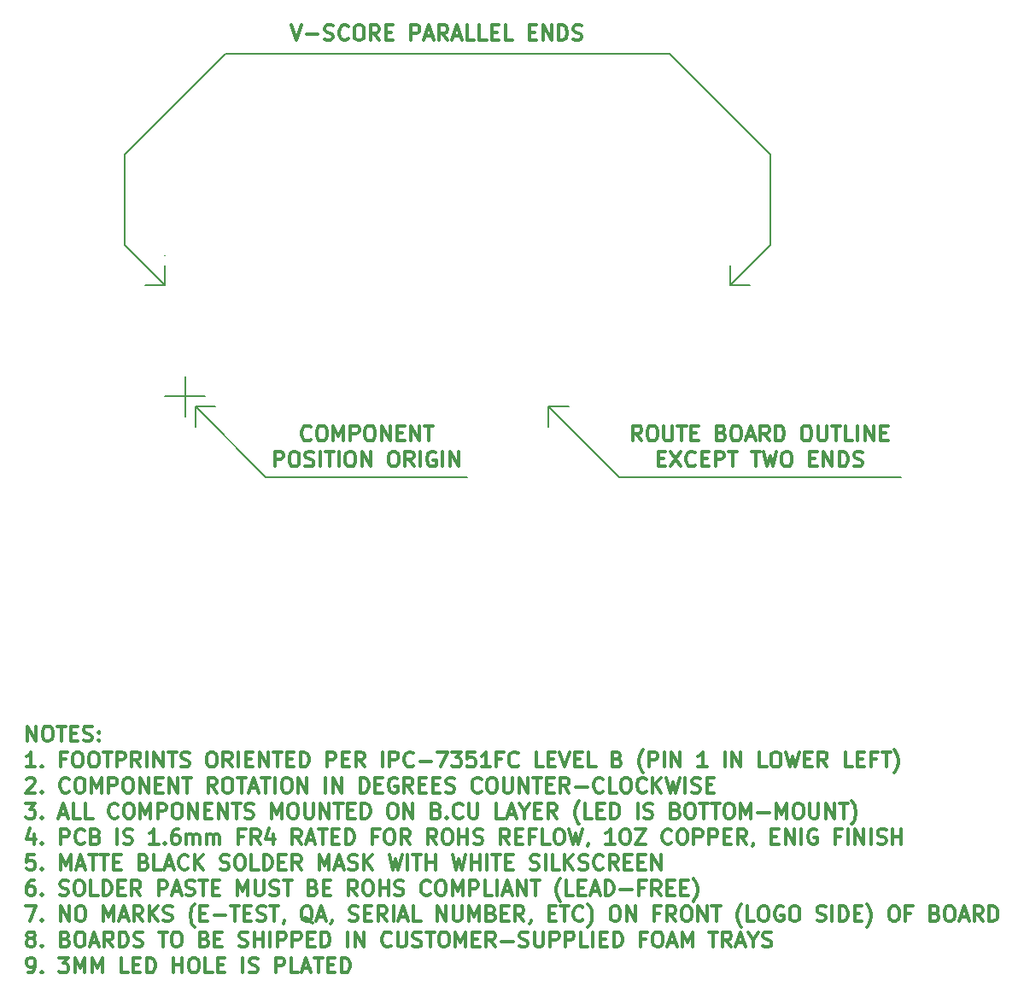
<source format=gbr>
G04 #@! TF.FileFunction,Other,Fab,Top*
%FSLAX46Y46*%
G04 Gerber Fmt 4.6, Leading zero omitted, Abs format (unit mm)*
G04 Created by KiCad (PCBNEW 4.0.7-e2-6376~58~ubuntu14.04.1) date Mon Aug  6 17:59:04 2018*
%MOMM*%
%LPD*%
G01*
G04 APERTURE LIST*
%ADD10C,0.100000*%
%ADD11C,0.200000*%
%ADD12C,0.300000*%
G04 APERTURE END LIST*
D10*
D11*
X151250000Y-79000000D02*
X155250000Y-79000000D01*
X153250000Y-79000000D02*
X151250000Y-79000000D01*
X153250000Y-81000000D02*
X153250000Y-79000000D01*
X153250000Y-77000000D02*
X153250000Y-81000000D01*
X157250000Y-45000000D02*
X162250000Y-45000000D01*
X151250000Y-68000000D02*
X151250000Y-66000000D01*
X151250000Y-68000000D02*
X149250000Y-68000000D01*
X151250000Y-65000000D02*
X151250000Y-65000000D01*
X147250000Y-64000000D02*
X151250000Y-68000000D01*
X147250000Y-55000000D02*
X147250000Y-64000000D01*
X157250000Y-45000000D02*
X147250000Y-55000000D01*
X207250000Y-68000000D02*
X209250000Y-68000000D01*
X207250000Y-68000000D02*
X207250000Y-66000000D01*
X211250000Y-64000000D02*
X207250000Y-68000000D01*
X211250000Y-55000000D02*
X211250000Y-64000000D01*
X201250000Y-45000000D02*
X211250000Y-55000000D01*
X193250000Y-45000000D02*
X201250000Y-45000000D01*
X162250000Y-45000000D02*
X193250000Y-45000000D01*
D12*
X163785714Y-42178571D02*
X164285714Y-43678571D01*
X164785714Y-42178571D01*
X165285714Y-43107143D02*
X166428571Y-43107143D01*
X167071428Y-43607143D02*
X167285714Y-43678571D01*
X167642857Y-43678571D01*
X167785714Y-43607143D01*
X167857143Y-43535714D01*
X167928571Y-43392857D01*
X167928571Y-43250000D01*
X167857143Y-43107143D01*
X167785714Y-43035714D01*
X167642857Y-42964286D01*
X167357143Y-42892857D01*
X167214285Y-42821429D01*
X167142857Y-42750000D01*
X167071428Y-42607143D01*
X167071428Y-42464286D01*
X167142857Y-42321429D01*
X167214285Y-42250000D01*
X167357143Y-42178571D01*
X167714285Y-42178571D01*
X167928571Y-42250000D01*
X169428571Y-43535714D02*
X169357142Y-43607143D01*
X169142856Y-43678571D01*
X168999999Y-43678571D01*
X168785714Y-43607143D01*
X168642856Y-43464286D01*
X168571428Y-43321429D01*
X168499999Y-43035714D01*
X168499999Y-42821429D01*
X168571428Y-42535714D01*
X168642856Y-42392857D01*
X168785714Y-42250000D01*
X168999999Y-42178571D01*
X169142856Y-42178571D01*
X169357142Y-42250000D01*
X169428571Y-42321429D01*
X170357142Y-42178571D02*
X170642856Y-42178571D01*
X170785714Y-42250000D01*
X170928571Y-42392857D01*
X170999999Y-42678571D01*
X170999999Y-43178571D01*
X170928571Y-43464286D01*
X170785714Y-43607143D01*
X170642856Y-43678571D01*
X170357142Y-43678571D01*
X170214285Y-43607143D01*
X170071428Y-43464286D01*
X169999999Y-43178571D01*
X169999999Y-42678571D01*
X170071428Y-42392857D01*
X170214285Y-42250000D01*
X170357142Y-42178571D01*
X172500000Y-43678571D02*
X172000000Y-42964286D01*
X171642857Y-43678571D02*
X171642857Y-42178571D01*
X172214285Y-42178571D01*
X172357143Y-42250000D01*
X172428571Y-42321429D01*
X172500000Y-42464286D01*
X172500000Y-42678571D01*
X172428571Y-42821429D01*
X172357143Y-42892857D01*
X172214285Y-42964286D01*
X171642857Y-42964286D01*
X173142857Y-42892857D02*
X173642857Y-42892857D01*
X173857143Y-43678571D02*
X173142857Y-43678571D01*
X173142857Y-42178571D01*
X173857143Y-42178571D01*
X175642857Y-43678571D02*
X175642857Y-42178571D01*
X176214285Y-42178571D01*
X176357143Y-42250000D01*
X176428571Y-42321429D01*
X176500000Y-42464286D01*
X176500000Y-42678571D01*
X176428571Y-42821429D01*
X176357143Y-42892857D01*
X176214285Y-42964286D01*
X175642857Y-42964286D01*
X177071428Y-43250000D02*
X177785714Y-43250000D01*
X176928571Y-43678571D02*
X177428571Y-42178571D01*
X177928571Y-43678571D01*
X179285714Y-43678571D02*
X178785714Y-42964286D01*
X178428571Y-43678571D02*
X178428571Y-42178571D01*
X178999999Y-42178571D01*
X179142857Y-42250000D01*
X179214285Y-42321429D01*
X179285714Y-42464286D01*
X179285714Y-42678571D01*
X179214285Y-42821429D01*
X179142857Y-42892857D01*
X178999999Y-42964286D01*
X178428571Y-42964286D01*
X179857142Y-43250000D02*
X180571428Y-43250000D01*
X179714285Y-43678571D02*
X180214285Y-42178571D01*
X180714285Y-43678571D01*
X181928571Y-43678571D02*
X181214285Y-43678571D01*
X181214285Y-42178571D01*
X183142857Y-43678571D02*
X182428571Y-43678571D01*
X182428571Y-42178571D01*
X183642857Y-42892857D02*
X184142857Y-42892857D01*
X184357143Y-43678571D02*
X183642857Y-43678571D01*
X183642857Y-42178571D01*
X184357143Y-42178571D01*
X185714286Y-43678571D02*
X185000000Y-43678571D01*
X185000000Y-42178571D01*
X187357143Y-42892857D02*
X187857143Y-42892857D01*
X188071429Y-43678571D02*
X187357143Y-43678571D01*
X187357143Y-42178571D01*
X188071429Y-42178571D01*
X188714286Y-43678571D02*
X188714286Y-42178571D01*
X189571429Y-43678571D01*
X189571429Y-42178571D01*
X190285715Y-43678571D02*
X190285715Y-42178571D01*
X190642858Y-42178571D01*
X190857143Y-42250000D01*
X191000001Y-42392857D01*
X191071429Y-42535714D01*
X191142858Y-42821429D01*
X191142858Y-43035714D01*
X191071429Y-43321429D01*
X191000001Y-43464286D01*
X190857143Y-43607143D01*
X190642858Y-43678571D01*
X190285715Y-43678571D01*
X191714286Y-43607143D02*
X191928572Y-43678571D01*
X192285715Y-43678571D01*
X192428572Y-43607143D01*
X192500001Y-43535714D01*
X192571429Y-43392857D01*
X192571429Y-43250000D01*
X192500001Y-43107143D01*
X192428572Y-43035714D01*
X192285715Y-42964286D01*
X192000001Y-42892857D01*
X191857143Y-42821429D01*
X191785715Y-42750000D01*
X191714286Y-42607143D01*
X191714286Y-42464286D01*
X191785715Y-42321429D01*
X191857143Y-42250000D01*
X192000001Y-42178571D01*
X192357143Y-42178571D01*
X192571429Y-42250000D01*
D11*
X189250000Y-80000000D02*
X191250000Y-80000000D01*
X189250000Y-80000000D02*
X189250000Y-82000000D01*
X196250000Y-87000000D02*
X189250000Y-80000000D01*
X224250000Y-87000000D02*
X196250000Y-87000000D01*
D12*
X198499999Y-83403571D02*
X197999999Y-82689286D01*
X197642856Y-83403571D02*
X197642856Y-81903571D01*
X198214284Y-81903571D01*
X198357142Y-81975000D01*
X198428570Y-82046429D01*
X198499999Y-82189286D01*
X198499999Y-82403571D01*
X198428570Y-82546429D01*
X198357142Y-82617857D01*
X198214284Y-82689286D01*
X197642856Y-82689286D01*
X199428570Y-81903571D02*
X199714284Y-81903571D01*
X199857142Y-81975000D01*
X199999999Y-82117857D01*
X200071427Y-82403571D01*
X200071427Y-82903571D01*
X199999999Y-83189286D01*
X199857142Y-83332143D01*
X199714284Y-83403571D01*
X199428570Y-83403571D01*
X199285713Y-83332143D01*
X199142856Y-83189286D01*
X199071427Y-82903571D01*
X199071427Y-82403571D01*
X199142856Y-82117857D01*
X199285713Y-81975000D01*
X199428570Y-81903571D01*
X200714285Y-81903571D02*
X200714285Y-83117857D01*
X200785713Y-83260714D01*
X200857142Y-83332143D01*
X200999999Y-83403571D01*
X201285713Y-83403571D01*
X201428571Y-83332143D01*
X201499999Y-83260714D01*
X201571428Y-83117857D01*
X201571428Y-81903571D01*
X202071428Y-81903571D02*
X202928571Y-81903571D01*
X202500000Y-83403571D02*
X202500000Y-81903571D01*
X203428571Y-82617857D02*
X203928571Y-82617857D01*
X204142857Y-83403571D02*
X203428571Y-83403571D01*
X203428571Y-81903571D01*
X204142857Y-81903571D01*
X206428571Y-82617857D02*
X206642857Y-82689286D01*
X206714285Y-82760714D01*
X206785714Y-82903571D01*
X206785714Y-83117857D01*
X206714285Y-83260714D01*
X206642857Y-83332143D01*
X206499999Y-83403571D01*
X205928571Y-83403571D01*
X205928571Y-81903571D01*
X206428571Y-81903571D01*
X206571428Y-81975000D01*
X206642857Y-82046429D01*
X206714285Y-82189286D01*
X206714285Y-82332143D01*
X206642857Y-82475000D01*
X206571428Y-82546429D01*
X206428571Y-82617857D01*
X205928571Y-82617857D01*
X207714285Y-81903571D02*
X207999999Y-81903571D01*
X208142857Y-81975000D01*
X208285714Y-82117857D01*
X208357142Y-82403571D01*
X208357142Y-82903571D01*
X208285714Y-83189286D01*
X208142857Y-83332143D01*
X207999999Y-83403571D01*
X207714285Y-83403571D01*
X207571428Y-83332143D01*
X207428571Y-83189286D01*
X207357142Y-82903571D01*
X207357142Y-82403571D01*
X207428571Y-82117857D01*
X207571428Y-81975000D01*
X207714285Y-81903571D01*
X208928571Y-82975000D02*
X209642857Y-82975000D01*
X208785714Y-83403571D02*
X209285714Y-81903571D01*
X209785714Y-83403571D01*
X211142857Y-83403571D02*
X210642857Y-82689286D01*
X210285714Y-83403571D02*
X210285714Y-81903571D01*
X210857142Y-81903571D01*
X211000000Y-81975000D01*
X211071428Y-82046429D01*
X211142857Y-82189286D01*
X211142857Y-82403571D01*
X211071428Y-82546429D01*
X211000000Y-82617857D01*
X210857142Y-82689286D01*
X210285714Y-82689286D01*
X211785714Y-83403571D02*
X211785714Y-81903571D01*
X212142857Y-81903571D01*
X212357142Y-81975000D01*
X212500000Y-82117857D01*
X212571428Y-82260714D01*
X212642857Y-82546429D01*
X212642857Y-82760714D01*
X212571428Y-83046429D01*
X212500000Y-83189286D01*
X212357142Y-83332143D01*
X212142857Y-83403571D01*
X211785714Y-83403571D01*
X214714285Y-81903571D02*
X214999999Y-81903571D01*
X215142857Y-81975000D01*
X215285714Y-82117857D01*
X215357142Y-82403571D01*
X215357142Y-82903571D01*
X215285714Y-83189286D01*
X215142857Y-83332143D01*
X214999999Y-83403571D01*
X214714285Y-83403571D01*
X214571428Y-83332143D01*
X214428571Y-83189286D01*
X214357142Y-82903571D01*
X214357142Y-82403571D01*
X214428571Y-82117857D01*
X214571428Y-81975000D01*
X214714285Y-81903571D01*
X216000000Y-81903571D02*
X216000000Y-83117857D01*
X216071428Y-83260714D01*
X216142857Y-83332143D01*
X216285714Y-83403571D01*
X216571428Y-83403571D01*
X216714286Y-83332143D01*
X216785714Y-83260714D01*
X216857143Y-83117857D01*
X216857143Y-81903571D01*
X217357143Y-81903571D02*
X218214286Y-81903571D01*
X217785715Y-83403571D02*
X217785715Y-81903571D01*
X219428572Y-83403571D02*
X218714286Y-83403571D01*
X218714286Y-81903571D01*
X219928572Y-83403571D02*
X219928572Y-81903571D01*
X220642858Y-83403571D02*
X220642858Y-81903571D01*
X221500001Y-83403571D01*
X221500001Y-81903571D01*
X222214287Y-82617857D02*
X222714287Y-82617857D01*
X222928573Y-83403571D02*
X222214287Y-83403571D01*
X222214287Y-81903571D01*
X222928573Y-81903571D01*
X200178572Y-85167857D02*
X200678572Y-85167857D01*
X200892858Y-85953571D02*
X200178572Y-85953571D01*
X200178572Y-84453571D01*
X200892858Y-84453571D01*
X201392858Y-84453571D02*
X202392858Y-85953571D01*
X202392858Y-84453571D02*
X201392858Y-85953571D01*
X203821429Y-85810714D02*
X203750000Y-85882143D01*
X203535714Y-85953571D01*
X203392857Y-85953571D01*
X203178572Y-85882143D01*
X203035714Y-85739286D01*
X202964286Y-85596429D01*
X202892857Y-85310714D01*
X202892857Y-85096429D01*
X202964286Y-84810714D01*
X203035714Y-84667857D01*
X203178572Y-84525000D01*
X203392857Y-84453571D01*
X203535714Y-84453571D01*
X203750000Y-84525000D01*
X203821429Y-84596429D01*
X204464286Y-85167857D02*
X204964286Y-85167857D01*
X205178572Y-85953571D02*
X204464286Y-85953571D01*
X204464286Y-84453571D01*
X205178572Y-84453571D01*
X205821429Y-85953571D02*
X205821429Y-84453571D01*
X206392857Y-84453571D01*
X206535715Y-84525000D01*
X206607143Y-84596429D01*
X206678572Y-84739286D01*
X206678572Y-84953571D01*
X206607143Y-85096429D01*
X206535715Y-85167857D01*
X206392857Y-85239286D01*
X205821429Y-85239286D01*
X207107143Y-84453571D02*
X207964286Y-84453571D01*
X207535715Y-85953571D02*
X207535715Y-84453571D01*
X209392857Y-84453571D02*
X210250000Y-84453571D01*
X209821429Y-85953571D02*
X209821429Y-84453571D01*
X210607143Y-84453571D02*
X210964286Y-85953571D01*
X211250000Y-84882143D01*
X211535714Y-85953571D01*
X211892857Y-84453571D01*
X212750000Y-84453571D02*
X213035714Y-84453571D01*
X213178572Y-84525000D01*
X213321429Y-84667857D01*
X213392857Y-84953571D01*
X213392857Y-85453571D01*
X213321429Y-85739286D01*
X213178572Y-85882143D01*
X213035714Y-85953571D01*
X212750000Y-85953571D01*
X212607143Y-85882143D01*
X212464286Y-85739286D01*
X212392857Y-85453571D01*
X212392857Y-84953571D01*
X212464286Y-84667857D01*
X212607143Y-84525000D01*
X212750000Y-84453571D01*
X215178572Y-85167857D02*
X215678572Y-85167857D01*
X215892858Y-85953571D02*
X215178572Y-85953571D01*
X215178572Y-84453571D01*
X215892858Y-84453571D01*
X216535715Y-85953571D02*
X216535715Y-84453571D01*
X217392858Y-85953571D01*
X217392858Y-84453571D01*
X218107144Y-85953571D02*
X218107144Y-84453571D01*
X218464287Y-84453571D01*
X218678572Y-84525000D01*
X218821430Y-84667857D01*
X218892858Y-84810714D01*
X218964287Y-85096429D01*
X218964287Y-85310714D01*
X218892858Y-85596429D01*
X218821430Y-85739286D01*
X218678572Y-85882143D01*
X218464287Y-85953571D01*
X218107144Y-85953571D01*
X219535715Y-85882143D02*
X219750001Y-85953571D01*
X220107144Y-85953571D01*
X220250001Y-85882143D01*
X220321430Y-85810714D01*
X220392858Y-85667857D01*
X220392858Y-85525000D01*
X220321430Y-85382143D01*
X220250001Y-85310714D01*
X220107144Y-85239286D01*
X219821430Y-85167857D01*
X219678572Y-85096429D01*
X219607144Y-85025000D01*
X219535715Y-84882143D01*
X219535715Y-84739286D01*
X219607144Y-84596429D01*
X219678572Y-84525000D01*
X219821430Y-84453571D01*
X220178572Y-84453571D01*
X220392858Y-84525000D01*
D11*
X161250000Y-87000000D02*
X181250000Y-87000000D01*
X154250000Y-80000000D02*
X161250000Y-87000000D01*
X154250000Y-80000000D02*
X156250000Y-80000000D01*
X154250000Y-80000000D02*
X154250000Y-82000000D01*
D12*
X165714285Y-83260714D02*
X165642856Y-83332143D01*
X165428570Y-83403571D01*
X165285713Y-83403571D01*
X165071428Y-83332143D01*
X164928570Y-83189286D01*
X164857142Y-83046429D01*
X164785713Y-82760714D01*
X164785713Y-82546429D01*
X164857142Y-82260714D01*
X164928570Y-82117857D01*
X165071428Y-81975000D01*
X165285713Y-81903571D01*
X165428570Y-81903571D01*
X165642856Y-81975000D01*
X165714285Y-82046429D01*
X166642856Y-81903571D02*
X166928570Y-81903571D01*
X167071428Y-81975000D01*
X167214285Y-82117857D01*
X167285713Y-82403571D01*
X167285713Y-82903571D01*
X167214285Y-83189286D01*
X167071428Y-83332143D01*
X166928570Y-83403571D01*
X166642856Y-83403571D01*
X166499999Y-83332143D01*
X166357142Y-83189286D01*
X166285713Y-82903571D01*
X166285713Y-82403571D01*
X166357142Y-82117857D01*
X166499999Y-81975000D01*
X166642856Y-81903571D01*
X167928571Y-83403571D02*
X167928571Y-81903571D01*
X168428571Y-82975000D01*
X168928571Y-81903571D01*
X168928571Y-83403571D01*
X169642857Y-83403571D02*
X169642857Y-81903571D01*
X170214285Y-81903571D01*
X170357143Y-81975000D01*
X170428571Y-82046429D01*
X170500000Y-82189286D01*
X170500000Y-82403571D01*
X170428571Y-82546429D01*
X170357143Y-82617857D01*
X170214285Y-82689286D01*
X169642857Y-82689286D01*
X171428571Y-81903571D02*
X171714285Y-81903571D01*
X171857143Y-81975000D01*
X172000000Y-82117857D01*
X172071428Y-82403571D01*
X172071428Y-82903571D01*
X172000000Y-83189286D01*
X171857143Y-83332143D01*
X171714285Y-83403571D01*
X171428571Y-83403571D01*
X171285714Y-83332143D01*
X171142857Y-83189286D01*
X171071428Y-82903571D01*
X171071428Y-82403571D01*
X171142857Y-82117857D01*
X171285714Y-81975000D01*
X171428571Y-81903571D01*
X172714286Y-83403571D02*
X172714286Y-81903571D01*
X173571429Y-83403571D01*
X173571429Y-81903571D01*
X174285715Y-82617857D02*
X174785715Y-82617857D01*
X175000001Y-83403571D02*
X174285715Y-83403571D01*
X174285715Y-81903571D01*
X175000001Y-81903571D01*
X175642858Y-83403571D02*
X175642858Y-81903571D01*
X176500001Y-83403571D01*
X176500001Y-81903571D01*
X177000001Y-81903571D02*
X177857144Y-81903571D01*
X177428573Y-83403571D02*
X177428573Y-81903571D01*
X162142856Y-85953571D02*
X162142856Y-84453571D01*
X162714284Y-84453571D01*
X162857142Y-84525000D01*
X162928570Y-84596429D01*
X162999999Y-84739286D01*
X162999999Y-84953571D01*
X162928570Y-85096429D01*
X162857142Y-85167857D01*
X162714284Y-85239286D01*
X162142856Y-85239286D01*
X163928570Y-84453571D02*
X164214284Y-84453571D01*
X164357142Y-84525000D01*
X164499999Y-84667857D01*
X164571427Y-84953571D01*
X164571427Y-85453571D01*
X164499999Y-85739286D01*
X164357142Y-85882143D01*
X164214284Y-85953571D01*
X163928570Y-85953571D01*
X163785713Y-85882143D01*
X163642856Y-85739286D01*
X163571427Y-85453571D01*
X163571427Y-84953571D01*
X163642856Y-84667857D01*
X163785713Y-84525000D01*
X163928570Y-84453571D01*
X165142856Y-85882143D02*
X165357142Y-85953571D01*
X165714285Y-85953571D01*
X165857142Y-85882143D01*
X165928571Y-85810714D01*
X165999999Y-85667857D01*
X165999999Y-85525000D01*
X165928571Y-85382143D01*
X165857142Y-85310714D01*
X165714285Y-85239286D01*
X165428571Y-85167857D01*
X165285713Y-85096429D01*
X165214285Y-85025000D01*
X165142856Y-84882143D01*
X165142856Y-84739286D01*
X165214285Y-84596429D01*
X165285713Y-84525000D01*
X165428571Y-84453571D01*
X165785713Y-84453571D01*
X165999999Y-84525000D01*
X166642856Y-85953571D02*
X166642856Y-84453571D01*
X167142856Y-84453571D02*
X167999999Y-84453571D01*
X167571428Y-85953571D02*
X167571428Y-84453571D01*
X168499999Y-85953571D02*
X168499999Y-84453571D01*
X169499999Y-84453571D02*
X169785713Y-84453571D01*
X169928571Y-84525000D01*
X170071428Y-84667857D01*
X170142856Y-84953571D01*
X170142856Y-85453571D01*
X170071428Y-85739286D01*
X169928571Y-85882143D01*
X169785713Y-85953571D01*
X169499999Y-85953571D01*
X169357142Y-85882143D01*
X169214285Y-85739286D01*
X169142856Y-85453571D01*
X169142856Y-84953571D01*
X169214285Y-84667857D01*
X169357142Y-84525000D01*
X169499999Y-84453571D01*
X170785714Y-85953571D02*
X170785714Y-84453571D01*
X171642857Y-85953571D01*
X171642857Y-84453571D01*
X173785714Y-84453571D02*
X174071428Y-84453571D01*
X174214286Y-84525000D01*
X174357143Y-84667857D01*
X174428571Y-84953571D01*
X174428571Y-85453571D01*
X174357143Y-85739286D01*
X174214286Y-85882143D01*
X174071428Y-85953571D01*
X173785714Y-85953571D01*
X173642857Y-85882143D01*
X173500000Y-85739286D01*
X173428571Y-85453571D01*
X173428571Y-84953571D01*
X173500000Y-84667857D01*
X173642857Y-84525000D01*
X173785714Y-84453571D01*
X175928572Y-85953571D02*
X175428572Y-85239286D01*
X175071429Y-85953571D02*
X175071429Y-84453571D01*
X175642857Y-84453571D01*
X175785715Y-84525000D01*
X175857143Y-84596429D01*
X175928572Y-84739286D01*
X175928572Y-84953571D01*
X175857143Y-85096429D01*
X175785715Y-85167857D01*
X175642857Y-85239286D01*
X175071429Y-85239286D01*
X176571429Y-85953571D02*
X176571429Y-84453571D01*
X178071429Y-84525000D02*
X177928572Y-84453571D01*
X177714286Y-84453571D01*
X177500001Y-84525000D01*
X177357143Y-84667857D01*
X177285715Y-84810714D01*
X177214286Y-85096429D01*
X177214286Y-85310714D01*
X177285715Y-85596429D01*
X177357143Y-85739286D01*
X177500001Y-85882143D01*
X177714286Y-85953571D01*
X177857143Y-85953571D01*
X178071429Y-85882143D01*
X178142858Y-85810714D01*
X178142858Y-85310714D01*
X177857143Y-85310714D01*
X178785715Y-85953571D02*
X178785715Y-84453571D01*
X179500001Y-85953571D02*
X179500001Y-84453571D01*
X180357144Y-85953571D01*
X180357144Y-84453571D01*
X137607143Y-113203571D02*
X137607143Y-111703571D01*
X138464286Y-113203571D01*
X138464286Y-111703571D01*
X139464286Y-111703571D02*
X139750000Y-111703571D01*
X139892858Y-111775000D01*
X140035715Y-111917857D01*
X140107143Y-112203571D01*
X140107143Y-112703571D01*
X140035715Y-112989286D01*
X139892858Y-113132143D01*
X139750000Y-113203571D01*
X139464286Y-113203571D01*
X139321429Y-113132143D01*
X139178572Y-112989286D01*
X139107143Y-112703571D01*
X139107143Y-112203571D01*
X139178572Y-111917857D01*
X139321429Y-111775000D01*
X139464286Y-111703571D01*
X140535715Y-111703571D02*
X141392858Y-111703571D01*
X140964287Y-113203571D02*
X140964287Y-111703571D01*
X141892858Y-112417857D02*
X142392858Y-112417857D01*
X142607144Y-113203571D02*
X141892858Y-113203571D01*
X141892858Y-111703571D01*
X142607144Y-111703571D01*
X143178572Y-113132143D02*
X143392858Y-113203571D01*
X143750001Y-113203571D01*
X143892858Y-113132143D01*
X143964287Y-113060714D01*
X144035715Y-112917857D01*
X144035715Y-112775000D01*
X143964287Y-112632143D01*
X143892858Y-112560714D01*
X143750001Y-112489286D01*
X143464287Y-112417857D01*
X143321429Y-112346429D01*
X143250001Y-112275000D01*
X143178572Y-112132143D01*
X143178572Y-111989286D01*
X143250001Y-111846429D01*
X143321429Y-111775000D01*
X143464287Y-111703571D01*
X143821429Y-111703571D01*
X144035715Y-111775000D01*
X144678572Y-113060714D02*
X144750000Y-113132143D01*
X144678572Y-113203571D01*
X144607143Y-113132143D01*
X144678572Y-113060714D01*
X144678572Y-113203571D01*
X144678572Y-112275000D02*
X144750000Y-112346429D01*
X144678572Y-112417857D01*
X144607143Y-112346429D01*
X144678572Y-112275000D01*
X144678572Y-112417857D01*
X138392857Y-115753571D02*
X137535714Y-115753571D01*
X137964286Y-115753571D02*
X137964286Y-114253571D01*
X137821429Y-114467857D01*
X137678571Y-114610714D01*
X137535714Y-114682143D01*
X139035714Y-115610714D02*
X139107142Y-115682143D01*
X139035714Y-115753571D01*
X138964285Y-115682143D01*
X139035714Y-115610714D01*
X139035714Y-115753571D01*
X141392857Y-114967857D02*
X140892857Y-114967857D01*
X140892857Y-115753571D02*
X140892857Y-114253571D01*
X141607143Y-114253571D01*
X142464285Y-114253571D02*
X142749999Y-114253571D01*
X142892857Y-114325000D01*
X143035714Y-114467857D01*
X143107142Y-114753571D01*
X143107142Y-115253571D01*
X143035714Y-115539286D01*
X142892857Y-115682143D01*
X142749999Y-115753571D01*
X142464285Y-115753571D01*
X142321428Y-115682143D01*
X142178571Y-115539286D01*
X142107142Y-115253571D01*
X142107142Y-114753571D01*
X142178571Y-114467857D01*
X142321428Y-114325000D01*
X142464285Y-114253571D01*
X144035714Y-114253571D02*
X144321428Y-114253571D01*
X144464286Y-114325000D01*
X144607143Y-114467857D01*
X144678571Y-114753571D01*
X144678571Y-115253571D01*
X144607143Y-115539286D01*
X144464286Y-115682143D01*
X144321428Y-115753571D01*
X144035714Y-115753571D01*
X143892857Y-115682143D01*
X143750000Y-115539286D01*
X143678571Y-115253571D01*
X143678571Y-114753571D01*
X143750000Y-114467857D01*
X143892857Y-114325000D01*
X144035714Y-114253571D01*
X145107143Y-114253571D02*
X145964286Y-114253571D01*
X145535715Y-115753571D02*
X145535715Y-114253571D01*
X146464286Y-115753571D02*
X146464286Y-114253571D01*
X147035714Y-114253571D01*
X147178572Y-114325000D01*
X147250000Y-114396429D01*
X147321429Y-114539286D01*
X147321429Y-114753571D01*
X147250000Y-114896429D01*
X147178572Y-114967857D01*
X147035714Y-115039286D01*
X146464286Y-115039286D01*
X148821429Y-115753571D02*
X148321429Y-115039286D01*
X147964286Y-115753571D02*
X147964286Y-114253571D01*
X148535714Y-114253571D01*
X148678572Y-114325000D01*
X148750000Y-114396429D01*
X148821429Y-114539286D01*
X148821429Y-114753571D01*
X148750000Y-114896429D01*
X148678572Y-114967857D01*
X148535714Y-115039286D01*
X147964286Y-115039286D01*
X149464286Y-115753571D02*
X149464286Y-114253571D01*
X150178572Y-115753571D02*
X150178572Y-114253571D01*
X151035715Y-115753571D01*
X151035715Y-114253571D01*
X151535715Y-114253571D02*
X152392858Y-114253571D01*
X151964287Y-115753571D02*
X151964287Y-114253571D01*
X152821429Y-115682143D02*
X153035715Y-115753571D01*
X153392858Y-115753571D01*
X153535715Y-115682143D01*
X153607144Y-115610714D01*
X153678572Y-115467857D01*
X153678572Y-115325000D01*
X153607144Y-115182143D01*
X153535715Y-115110714D01*
X153392858Y-115039286D01*
X153107144Y-114967857D01*
X152964286Y-114896429D01*
X152892858Y-114825000D01*
X152821429Y-114682143D01*
X152821429Y-114539286D01*
X152892858Y-114396429D01*
X152964286Y-114325000D01*
X153107144Y-114253571D01*
X153464286Y-114253571D01*
X153678572Y-114325000D01*
X155750000Y-114253571D02*
X156035714Y-114253571D01*
X156178572Y-114325000D01*
X156321429Y-114467857D01*
X156392857Y-114753571D01*
X156392857Y-115253571D01*
X156321429Y-115539286D01*
X156178572Y-115682143D01*
X156035714Y-115753571D01*
X155750000Y-115753571D01*
X155607143Y-115682143D01*
X155464286Y-115539286D01*
X155392857Y-115253571D01*
X155392857Y-114753571D01*
X155464286Y-114467857D01*
X155607143Y-114325000D01*
X155750000Y-114253571D01*
X157892858Y-115753571D02*
X157392858Y-115039286D01*
X157035715Y-115753571D02*
X157035715Y-114253571D01*
X157607143Y-114253571D01*
X157750001Y-114325000D01*
X157821429Y-114396429D01*
X157892858Y-114539286D01*
X157892858Y-114753571D01*
X157821429Y-114896429D01*
X157750001Y-114967857D01*
X157607143Y-115039286D01*
X157035715Y-115039286D01*
X158535715Y-115753571D02*
X158535715Y-114253571D01*
X159250001Y-114967857D02*
X159750001Y-114967857D01*
X159964287Y-115753571D02*
X159250001Y-115753571D01*
X159250001Y-114253571D01*
X159964287Y-114253571D01*
X160607144Y-115753571D02*
X160607144Y-114253571D01*
X161464287Y-115753571D01*
X161464287Y-114253571D01*
X161964287Y-114253571D02*
X162821430Y-114253571D01*
X162392859Y-115753571D02*
X162392859Y-114253571D01*
X163321430Y-114967857D02*
X163821430Y-114967857D01*
X164035716Y-115753571D02*
X163321430Y-115753571D01*
X163321430Y-114253571D01*
X164035716Y-114253571D01*
X164678573Y-115753571D02*
X164678573Y-114253571D01*
X165035716Y-114253571D01*
X165250001Y-114325000D01*
X165392859Y-114467857D01*
X165464287Y-114610714D01*
X165535716Y-114896429D01*
X165535716Y-115110714D01*
X165464287Y-115396429D01*
X165392859Y-115539286D01*
X165250001Y-115682143D01*
X165035716Y-115753571D01*
X164678573Y-115753571D01*
X167321430Y-115753571D02*
X167321430Y-114253571D01*
X167892858Y-114253571D01*
X168035716Y-114325000D01*
X168107144Y-114396429D01*
X168178573Y-114539286D01*
X168178573Y-114753571D01*
X168107144Y-114896429D01*
X168035716Y-114967857D01*
X167892858Y-115039286D01*
X167321430Y-115039286D01*
X168821430Y-114967857D02*
X169321430Y-114967857D01*
X169535716Y-115753571D02*
X168821430Y-115753571D01*
X168821430Y-114253571D01*
X169535716Y-114253571D01*
X171035716Y-115753571D02*
X170535716Y-115039286D01*
X170178573Y-115753571D02*
X170178573Y-114253571D01*
X170750001Y-114253571D01*
X170892859Y-114325000D01*
X170964287Y-114396429D01*
X171035716Y-114539286D01*
X171035716Y-114753571D01*
X170964287Y-114896429D01*
X170892859Y-114967857D01*
X170750001Y-115039286D01*
X170178573Y-115039286D01*
X172821430Y-115753571D02*
X172821430Y-114253571D01*
X173535716Y-115753571D02*
X173535716Y-114253571D01*
X174107144Y-114253571D01*
X174250002Y-114325000D01*
X174321430Y-114396429D01*
X174392859Y-114539286D01*
X174392859Y-114753571D01*
X174321430Y-114896429D01*
X174250002Y-114967857D01*
X174107144Y-115039286D01*
X173535716Y-115039286D01*
X175892859Y-115610714D02*
X175821430Y-115682143D01*
X175607144Y-115753571D01*
X175464287Y-115753571D01*
X175250002Y-115682143D01*
X175107144Y-115539286D01*
X175035716Y-115396429D01*
X174964287Y-115110714D01*
X174964287Y-114896429D01*
X175035716Y-114610714D01*
X175107144Y-114467857D01*
X175250002Y-114325000D01*
X175464287Y-114253571D01*
X175607144Y-114253571D01*
X175821430Y-114325000D01*
X175892859Y-114396429D01*
X176535716Y-115182143D02*
X177678573Y-115182143D01*
X178250002Y-114253571D02*
X179250002Y-114253571D01*
X178607145Y-115753571D01*
X179678573Y-114253571D02*
X180607144Y-114253571D01*
X180107144Y-114825000D01*
X180321430Y-114825000D01*
X180464287Y-114896429D01*
X180535716Y-114967857D01*
X180607144Y-115110714D01*
X180607144Y-115467857D01*
X180535716Y-115610714D01*
X180464287Y-115682143D01*
X180321430Y-115753571D01*
X179892858Y-115753571D01*
X179750001Y-115682143D01*
X179678573Y-115610714D01*
X181964287Y-114253571D02*
X181250001Y-114253571D01*
X181178572Y-114967857D01*
X181250001Y-114896429D01*
X181392858Y-114825000D01*
X181750001Y-114825000D01*
X181892858Y-114896429D01*
X181964287Y-114967857D01*
X182035715Y-115110714D01*
X182035715Y-115467857D01*
X181964287Y-115610714D01*
X181892858Y-115682143D01*
X181750001Y-115753571D01*
X181392858Y-115753571D01*
X181250001Y-115682143D01*
X181178572Y-115610714D01*
X183464286Y-115753571D02*
X182607143Y-115753571D01*
X183035715Y-115753571D02*
X183035715Y-114253571D01*
X182892858Y-114467857D01*
X182750000Y-114610714D01*
X182607143Y-114682143D01*
X184607143Y-114967857D02*
X184107143Y-114967857D01*
X184107143Y-115753571D02*
X184107143Y-114253571D01*
X184821429Y-114253571D01*
X186250000Y-115610714D02*
X186178571Y-115682143D01*
X185964285Y-115753571D01*
X185821428Y-115753571D01*
X185607143Y-115682143D01*
X185464285Y-115539286D01*
X185392857Y-115396429D01*
X185321428Y-115110714D01*
X185321428Y-114896429D01*
X185392857Y-114610714D01*
X185464285Y-114467857D01*
X185607143Y-114325000D01*
X185821428Y-114253571D01*
X185964285Y-114253571D01*
X186178571Y-114325000D01*
X186250000Y-114396429D01*
X188750000Y-115753571D02*
X188035714Y-115753571D01*
X188035714Y-114253571D01*
X189250000Y-114967857D02*
X189750000Y-114967857D01*
X189964286Y-115753571D02*
X189250000Y-115753571D01*
X189250000Y-114253571D01*
X189964286Y-114253571D01*
X190392857Y-114253571D02*
X190892857Y-115753571D01*
X191392857Y-114253571D01*
X191892857Y-114967857D02*
X192392857Y-114967857D01*
X192607143Y-115753571D02*
X191892857Y-115753571D01*
X191892857Y-114253571D01*
X192607143Y-114253571D01*
X193964286Y-115753571D02*
X193250000Y-115753571D01*
X193250000Y-114253571D01*
X196107143Y-114967857D02*
X196321429Y-115039286D01*
X196392857Y-115110714D01*
X196464286Y-115253571D01*
X196464286Y-115467857D01*
X196392857Y-115610714D01*
X196321429Y-115682143D01*
X196178571Y-115753571D01*
X195607143Y-115753571D01*
X195607143Y-114253571D01*
X196107143Y-114253571D01*
X196250000Y-114325000D01*
X196321429Y-114396429D01*
X196392857Y-114539286D01*
X196392857Y-114682143D01*
X196321429Y-114825000D01*
X196250000Y-114896429D01*
X196107143Y-114967857D01*
X195607143Y-114967857D01*
X198678571Y-116325000D02*
X198607143Y-116253571D01*
X198464286Y-116039286D01*
X198392857Y-115896429D01*
X198321428Y-115682143D01*
X198250000Y-115325000D01*
X198250000Y-115039286D01*
X198321428Y-114682143D01*
X198392857Y-114467857D01*
X198464286Y-114325000D01*
X198607143Y-114110714D01*
X198678571Y-114039286D01*
X199250000Y-115753571D02*
X199250000Y-114253571D01*
X199821428Y-114253571D01*
X199964286Y-114325000D01*
X200035714Y-114396429D01*
X200107143Y-114539286D01*
X200107143Y-114753571D01*
X200035714Y-114896429D01*
X199964286Y-114967857D01*
X199821428Y-115039286D01*
X199250000Y-115039286D01*
X200750000Y-115753571D02*
X200750000Y-114253571D01*
X201464286Y-115753571D02*
X201464286Y-114253571D01*
X202321429Y-115753571D01*
X202321429Y-114253571D01*
X204964286Y-115753571D02*
X204107143Y-115753571D01*
X204535715Y-115753571D02*
X204535715Y-114253571D01*
X204392858Y-114467857D01*
X204250000Y-114610714D01*
X204107143Y-114682143D01*
X206750000Y-115753571D02*
X206750000Y-114253571D01*
X207464286Y-115753571D02*
X207464286Y-114253571D01*
X208321429Y-115753571D01*
X208321429Y-114253571D01*
X210892858Y-115753571D02*
X210178572Y-115753571D01*
X210178572Y-114253571D01*
X211678572Y-114253571D02*
X211964286Y-114253571D01*
X212107144Y-114325000D01*
X212250001Y-114467857D01*
X212321429Y-114753571D01*
X212321429Y-115253571D01*
X212250001Y-115539286D01*
X212107144Y-115682143D01*
X211964286Y-115753571D01*
X211678572Y-115753571D01*
X211535715Y-115682143D01*
X211392858Y-115539286D01*
X211321429Y-115253571D01*
X211321429Y-114753571D01*
X211392858Y-114467857D01*
X211535715Y-114325000D01*
X211678572Y-114253571D01*
X212821430Y-114253571D02*
X213178573Y-115753571D01*
X213464287Y-114682143D01*
X213750001Y-115753571D01*
X214107144Y-114253571D01*
X214678573Y-114967857D02*
X215178573Y-114967857D01*
X215392859Y-115753571D02*
X214678573Y-115753571D01*
X214678573Y-114253571D01*
X215392859Y-114253571D01*
X216892859Y-115753571D02*
X216392859Y-115039286D01*
X216035716Y-115753571D02*
X216035716Y-114253571D01*
X216607144Y-114253571D01*
X216750002Y-114325000D01*
X216821430Y-114396429D01*
X216892859Y-114539286D01*
X216892859Y-114753571D01*
X216821430Y-114896429D01*
X216750002Y-114967857D01*
X216607144Y-115039286D01*
X216035716Y-115039286D01*
X219392859Y-115753571D02*
X218678573Y-115753571D01*
X218678573Y-114253571D01*
X219892859Y-114967857D02*
X220392859Y-114967857D01*
X220607145Y-115753571D02*
X219892859Y-115753571D01*
X219892859Y-114253571D01*
X220607145Y-114253571D01*
X221750002Y-114967857D02*
X221250002Y-114967857D01*
X221250002Y-115753571D02*
X221250002Y-114253571D01*
X221964288Y-114253571D01*
X222321430Y-114253571D02*
X223178573Y-114253571D01*
X222750002Y-115753571D02*
X222750002Y-114253571D01*
X223535716Y-116325000D02*
X223607144Y-116253571D01*
X223750001Y-116039286D01*
X223821430Y-115896429D01*
X223892859Y-115682143D01*
X223964287Y-115325000D01*
X223964287Y-115039286D01*
X223892859Y-114682143D01*
X223821430Y-114467857D01*
X223750001Y-114325000D01*
X223607144Y-114110714D01*
X223535716Y-114039286D01*
X137535714Y-116946429D02*
X137607143Y-116875000D01*
X137750000Y-116803571D01*
X138107143Y-116803571D01*
X138250000Y-116875000D01*
X138321429Y-116946429D01*
X138392857Y-117089286D01*
X138392857Y-117232143D01*
X138321429Y-117446429D01*
X137464286Y-118303571D01*
X138392857Y-118303571D01*
X139035714Y-118160714D02*
X139107142Y-118232143D01*
X139035714Y-118303571D01*
X138964285Y-118232143D01*
X139035714Y-118160714D01*
X139035714Y-118303571D01*
X141750000Y-118160714D02*
X141678571Y-118232143D01*
X141464285Y-118303571D01*
X141321428Y-118303571D01*
X141107143Y-118232143D01*
X140964285Y-118089286D01*
X140892857Y-117946429D01*
X140821428Y-117660714D01*
X140821428Y-117446429D01*
X140892857Y-117160714D01*
X140964285Y-117017857D01*
X141107143Y-116875000D01*
X141321428Y-116803571D01*
X141464285Y-116803571D01*
X141678571Y-116875000D01*
X141750000Y-116946429D01*
X142678571Y-116803571D02*
X142964285Y-116803571D01*
X143107143Y-116875000D01*
X143250000Y-117017857D01*
X143321428Y-117303571D01*
X143321428Y-117803571D01*
X143250000Y-118089286D01*
X143107143Y-118232143D01*
X142964285Y-118303571D01*
X142678571Y-118303571D01*
X142535714Y-118232143D01*
X142392857Y-118089286D01*
X142321428Y-117803571D01*
X142321428Y-117303571D01*
X142392857Y-117017857D01*
X142535714Y-116875000D01*
X142678571Y-116803571D01*
X143964286Y-118303571D02*
X143964286Y-116803571D01*
X144464286Y-117875000D01*
X144964286Y-116803571D01*
X144964286Y-118303571D01*
X145678572Y-118303571D02*
X145678572Y-116803571D01*
X146250000Y-116803571D01*
X146392858Y-116875000D01*
X146464286Y-116946429D01*
X146535715Y-117089286D01*
X146535715Y-117303571D01*
X146464286Y-117446429D01*
X146392858Y-117517857D01*
X146250000Y-117589286D01*
X145678572Y-117589286D01*
X147464286Y-116803571D02*
X147750000Y-116803571D01*
X147892858Y-116875000D01*
X148035715Y-117017857D01*
X148107143Y-117303571D01*
X148107143Y-117803571D01*
X148035715Y-118089286D01*
X147892858Y-118232143D01*
X147750000Y-118303571D01*
X147464286Y-118303571D01*
X147321429Y-118232143D01*
X147178572Y-118089286D01*
X147107143Y-117803571D01*
X147107143Y-117303571D01*
X147178572Y-117017857D01*
X147321429Y-116875000D01*
X147464286Y-116803571D01*
X148750001Y-118303571D02*
X148750001Y-116803571D01*
X149607144Y-118303571D01*
X149607144Y-116803571D01*
X150321430Y-117517857D02*
X150821430Y-117517857D01*
X151035716Y-118303571D02*
X150321430Y-118303571D01*
X150321430Y-116803571D01*
X151035716Y-116803571D01*
X151678573Y-118303571D02*
X151678573Y-116803571D01*
X152535716Y-118303571D01*
X152535716Y-116803571D01*
X153035716Y-116803571D02*
X153892859Y-116803571D01*
X153464288Y-118303571D02*
X153464288Y-116803571D01*
X156392859Y-118303571D02*
X155892859Y-117589286D01*
X155535716Y-118303571D02*
X155535716Y-116803571D01*
X156107144Y-116803571D01*
X156250002Y-116875000D01*
X156321430Y-116946429D01*
X156392859Y-117089286D01*
X156392859Y-117303571D01*
X156321430Y-117446429D01*
X156250002Y-117517857D01*
X156107144Y-117589286D01*
X155535716Y-117589286D01*
X157321430Y-116803571D02*
X157607144Y-116803571D01*
X157750002Y-116875000D01*
X157892859Y-117017857D01*
X157964287Y-117303571D01*
X157964287Y-117803571D01*
X157892859Y-118089286D01*
X157750002Y-118232143D01*
X157607144Y-118303571D01*
X157321430Y-118303571D01*
X157178573Y-118232143D01*
X157035716Y-118089286D01*
X156964287Y-117803571D01*
X156964287Y-117303571D01*
X157035716Y-117017857D01*
X157178573Y-116875000D01*
X157321430Y-116803571D01*
X158392859Y-116803571D02*
X159250002Y-116803571D01*
X158821431Y-118303571D02*
X158821431Y-116803571D01*
X159678573Y-117875000D02*
X160392859Y-117875000D01*
X159535716Y-118303571D02*
X160035716Y-116803571D01*
X160535716Y-118303571D01*
X160821430Y-116803571D02*
X161678573Y-116803571D01*
X161250002Y-118303571D02*
X161250002Y-116803571D01*
X162178573Y-118303571D02*
X162178573Y-116803571D01*
X163178573Y-116803571D02*
X163464287Y-116803571D01*
X163607145Y-116875000D01*
X163750002Y-117017857D01*
X163821430Y-117303571D01*
X163821430Y-117803571D01*
X163750002Y-118089286D01*
X163607145Y-118232143D01*
X163464287Y-118303571D01*
X163178573Y-118303571D01*
X163035716Y-118232143D01*
X162892859Y-118089286D01*
X162821430Y-117803571D01*
X162821430Y-117303571D01*
X162892859Y-117017857D01*
X163035716Y-116875000D01*
X163178573Y-116803571D01*
X164464288Y-118303571D02*
X164464288Y-116803571D01*
X165321431Y-118303571D01*
X165321431Y-116803571D01*
X167178574Y-118303571D02*
X167178574Y-116803571D01*
X167892860Y-118303571D02*
X167892860Y-116803571D01*
X168750003Y-118303571D01*
X168750003Y-116803571D01*
X170607146Y-118303571D02*
X170607146Y-116803571D01*
X170964289Y-116803571D01*
X171178574Y-116875000D01*
X171321432Y-117017857D01*
X171392860Y-117160714D01*
X171464289Y-117446429D01*
X171464289Y-117660714D01*
X171392860Y-117946429D01*
X171321432Y-118089286D01*
X171178574Y-118232143D01*
X170964289Y-118303571D01*
X170607146Y-118303571D01*
X172107146Y-117517857D02*
X172607146Y-117517857D01*
X172821432Y-118303571D02*
X172107146Y-118303571D01*
X172107146Y-116803571D01*
X172821432Y-116803571D01*
X174250003Y-116875000D02*
X174107146Y-116803571D01*
X173892860Y-116803571D01*
X173678575Y-116875000D01*
X173535717Y-117017857D01*
X173464289Y-117160714D01*
X173392860Y-117446429D01*
X173392860Y-117660714D01*
X173464289Y-117946429D01*
X173535717Y-118089286D01*
X173678575Y-118232143D01*
X173892860Y-118303571D01*
X174035717Y-118303571D01*
X174250003Y-118232143D01*
X174321432Y-118160714D01*
X174321432Y-117660714D01*
X174035717Y-117660714D01*
X175821432Y-118303571D02*
X175321432Y-117589286D01*
X174964289Y-118303571D02*
X174964289Y-116803571D01*
X175535717Y-116803571D01*
X175678575Y-116875000D01*
X175750003Y-116946429D01*
X175821432Y-117089286D01*
X175821432Y-117303571D01*
X175750003Y-117446429D01*
X175678575Y-117517857D01*
X175535717Y-117589286D01*
X174964289Y-117589286D01*
X176464289Y-117517857D02*
X176964289Y-117517857D01*
X177178575Y-118303571D02*
X176464289Y-118303571D01*
X176464289Y-116803571D01*
X177178575Y-116803571D01*
X177821432Y-117517857D02*
X178321432Y-117517857D01*
X178535718Y-118303571D02*
X177821432Y-118303571D01*
X177821432Y-116803571D01*
X178535718Y-116803571D01*
X179107146Y-118232143D02*
X179321432Y-118303571D01*
X179678575Y-118303571D01*
X179821432Y-118232143D01*
X179892861Y-118160714D01*
X179964289Y-118017857D01*
X179964289Y-117875000D01*
X179892861Y-117732143D01*
X179821432Y-117660714D01*
X179678575Y-117589286D01*
X179392861Y-117517857D01*
X179250003Y-117446429D01*
X179178575Y-117375000D01*
X179107146Y-117232143D01*
X179107146Y-117089286D01*
X179178575Y-116946429D01*
X179250003Y-116875000D01*
X179392861Y-116803571D01*
X179750003Y-116803571D01*
X179964289Y-116875000D01*
X182607146Y-118160714D02*
X182535717Y-118232143D01*
X182321431Y-118303571D01*
X182178574Y-118303571D01*
X181964289Y-118232143D01*
X181821431Y-118089286D01*
X181750003Y-117946429D01*
X181678574Y-117660714D01*
X181678574Y-117446429D01*
X181750003Y-117160714D01*
X181821431Y-117017857D01*
X181964289Y-116875000D01*
X182178574Y-116803571D01*
X182321431Y-116803571D01*
X182535717Y-116875000D01*
X182607146Y-116946429D01*
X183535717Y-116803571D02*
X183821431Y-116803571D01*
X183964289Y-116875000D01*
X184107146Y-117017857D01*
X184178574Y-117303571D01*
X184178574Y-117803571D01*
X184107146Y-118089286D01*
X183964289Y-118232143D01*
X183821431Y-118303571D01*
X183535717Y-118303571D01*
X183392860Y-118232143D01*
X183250003Y-118089286D01*
X183178574Y-117803571D01*
X183178574Y-117303571D01*
X183250003Y-117017857D01*
X183392860Y-116875000D01*
X183535717Y-116803571D01*
X184821432Y-116803571D02*
X184821432Y-118017857D01*
X184892860Y-118160714D01*
X184964289Y-118232143D01*
X185107146Y-118303571D01*
X185392860Y-118303571D01*
X185535718Y-118232143D01*
X185607146Y-118160714D01*
X185678575Y-118017857D01*
X185678575Y-116803571D01*
X186392861Y-118303571D02*
X186392861Y-116803571D01*
X187250004Y-118303571D01*
X187250004Y-116803571D01*
X187750004Y-116803571D02*
X188607147Y-116803571D01*
X188178576Y-118303571D02*
X188178576Y-116803571D01*
X189107147Y-117517857D02*
X189607147Y-117517857D01*
X189821433Y-118303571D02*
X189107147Y-118303571D01*
X189107147Y-116803571D01*
X189821433Y-116803571D01*
X191321433Y-118303571D02*
X190821433Y-117589286D01*
X190464290Y-118303571D02*
X190464290Y-116803571D01*
X191035718Y-116803571D01*
X191178576Y-116875000D01*
X191250004Y-116946429D01*
X191321433Y-117089286D01*
X191321433Y-117303571D01*
X191250004Y-117446429D01*
X191178576Y-117517857D01*
X191035718Y-117589286D01*
X190464290Y-117589286D01*
X191964290Y-117732143D02*
X193107147Y-117732143D01*
X194678576Y-118160714D02*
X194607147Y-118232143D01*
X194392861Y-118303571D01*
X194250004Y-118303571D01*
X194035719Y-118232143D01*
X193892861Y-118089286D01*
X193821433Y-117946429D01*
X193750004Y-117660714D01*
X193750004Y-117446429D01*
X193821433Y-117160714D01*
X193892861Y-117017857D01*
X194035719Y-116875000D01*
X194250004Y-116803571D01*
X194392861Y-116803571D01*
X194607147Y-116875000D01*
X194678576Y-116946429D01*
X196035719Y-118303571D02*
X195321433Y-118303571D01*
X195321433Y-116803571D01*
X196821433Y-116803571D02*
X197107147Y-116803571D01*
X197250005Y-116875000D01*
X197392862Y-117017857D01*
X197464290Y-117303571D01*
X197464290Y-117803571D01*
X197392862Y-118089286D01*
X197250005Y-118232143D01*
X197107147Y-118303571D01*
X196821433Y-118303571D01*
X196678576Y-118232143D01*
X196535719Y-118089286D01*
X196464290Y-117803571D01*
X196464290Y-117303571D01*
X196535719Y-117017857D01*
X196678576Y-116875000D01*
X196821433Y-116803571D01*
X198964291Y-118160714D02*
X198892862Y-118232143D01*
X198678576Y-118303571D01*
X198535719Y-118303571D01*
X198321434Y-118232143D01*
X198178576Y-118089286D01*
X198107148Y-117946429D01*
X198035719Y-117660714D01*
X198035719Y-117446429D01*
X198107148Y-117160714D01*
X198178576Y-117017857D01*
X198321434Y-116875000D01*
X198535719Y-116803571D01*
X198678576Y-116803571D01*
X198892862Y-116875000D01*
X198964291Y-116946429D01*
X199607148Y-118303571D02*
X199607148Y-116803571D01*
X200464291Y-118303571D02*
X199821434Y-117446429D01*
X200464291Y-116803571D02*
X199607148Y-117660714D01*
X200964291Y-116803571D02*
X201321434Y-118303571D01*
X201607148Y-117232143D01*
X201892862Y-118303571D01*
X202250005Y-116803571D01*
X202821434Y-118303571D02*
X202821434Y-116803571D01*
X203464291Y-118232143D02*
X203678577Y-118303571D01*
X204035720Y-118303571D01*
X204178577Y-118232143D01*
X204250006Y-118160714D01*
X204321434Y-118017857D01*
X204321434Y-117875000D01*
X204250006Y-117732143D01*
X204178577Y-117660714D01*
X204035720Y-117589286D01*
X203750006Y-117517857D01*
X203607148Y-117446429D01*
X203535720Y-117375000D01*
X203464291Y-117232143D01*
X203464291Y-117089286D01*
X203535720Y-116946429D01*
X203607148Y-116875000D01*
X203750006Y-116803571D01*
X204107148Y-116803571D01*
X204321434Y-116875000D01*
X204964291Y-117517857D02*
X205464291Y-117517857D01*
X205678577Y-118303571D02*
X204964291Y-118303571D01*
X204964291Y-116803571D01*
X205678577Y-116803571D01*
X137464286Y-119353571D02*
X138392857Y-119353571D01*
X137892857Y-119925000D01*
X138107143Y-119925000D01*
X138250000Y-119996429D01*
X138321429Y-120067857D01*
X138392857Y-120210714D01*
X138392857Y-120567857D01*
X138321429Y-120710714D01*
X138250000Y-120782143D01*
X138107143Y-120853571D01*
X137678571Y-120853571D01*
X137535714Y-120782143D01*
X137464286Y-120710714D01*
X139035714Y-120710714D02*
X139107142Y-120782143D01*
X139035714Y-120853571D01*
X138964285Y-120782143D01*
X139035714Y-120710714D01*
X139035714Y-120853571D01*
X140821428Y-120425000D02*
X141535714Y-120425000D01*
X140678571Y-120853571D02*
X141178571Y-119353571D01*
X141678571Y-120853571D01*
X142892857Y-120853571D02*
X142178571Y-120853571D01*
X142178571Y-119353571D01*
X144107143Y-120853571D02*
X143392857Y-120853571D01*
X143392857Y-119353571D01*
X146607143Y-120710714D02*
X146535714Y-120782143D01*
X146321428Y-120853571D01*
X146178571Y-120853571D01*
X145964286Y-120782143D01*
X145821428Y-120639286D01*
X145750000Y-120496429D01*
X145678571Y-120210714D01*
X145678571Y-119996429D01*
X145750000Y-119710714D01*
X145821428Y-119567857D01*
X145964286Y-119425000D01*
X146178571Y-119353571D01*
X146321428Y-119353571D01*
X146535714Y-119425000D01*
X146607143Y-119496429D01*
X147535714Y-119353571D02*
X147821428Y-119353571D01*
X147964286Y-119425000D01*
X148107143Y-119567857D01*
X148178571Y-119853571D01*
X148178571Y-120353571D01*
X148107143Y-120639286D01*
X147964286Y-120782143D01*
X147821428Y-120853571D01*
X147535714Y-120853571D01*
X147392857Y-120782143D01*
X147250000Y-120639286D01*
X147178571Y-120353571D01*
X147178571Y-119853571D01*
X147250000Y-119567857D01*
X147392857Y-119425000D01*
X147535714Y-119353571D01*
X148821429Y-120853571D02*
X148821429Y-119353571D01*
X149321429Y-120425000D01*
X149821429Y-119353571D01*
X149821429Y-120853571D01*
X150535715Y-120853571D02*
X150535715Y-119353571D01*
X151107143Y-119353571D01*
X151250001Y-119425000D01*
X151321429Y-119496429D01*
X151392858Y-119639286D01*
X151392858Y-119853571D01*
X151321429Y-119996429D01*
X151250001Y-120067857D01*
X151107143Y-120139286D01*
X150535715Y-120139286D01*
X152321429Y-119353571D02*
X152607143Y-119353571D01*
X152750001Y-119425000D01*
X152892858Y-119567857D01*
X152964286Y-119853571D01*
X152964286Y-120353571D01*
X152892858Y-120639286D01*
X152750001Y-120782143D01*
X152607143Y-120853571D01*
X152321429Y-120853571D01*
X152178572Y-120782143D01*
X152035715Y-120639286D01*
X151964286Y-120353571D01*
X151964286Y-119853571D01*
X152035715Y-119567857D01*
X152178572Y-119425000D01*
X152321429Y-119353571D01*
X153607144Y-120853571D02*
X153607144Y-119353571D01*
X154464287Y-120853571D01*
X154464287Y-119353571D01*
X155178573Y-120067857D02*
X155678573Y-120067857D01*
X155892859Y-120853571D02*
X155178573Y-120853571D01*
X155178573Y-119353571D01*
X155892859Y-119353571D01*
X156535716Y-120853571D02*
X156535716Y-119353571D01*
X157392859Y-120853571D01*
X157392859Y-119353571D01*
X157892859Y-119353571D02*
X158750002Y-119353571D01*
X158321431Y-120853571D02*
X158321431Y-119353571D01*
X159178573Y-120782143D02*
X159392859Y-120853571D01*
X159750002Y-120853571D01*
X159892859Y-120782143D01*
X159964288Y-120710714D01*
X160035716Y-120567857D01*
X160035716Y-120425000D01*
X159964288Y-120282143D01*
X159892859Y-120210714D01*
X159750002Y-120139286D01*
X159464288Y-120067857D01*
X159321430Y-119996429D01*
X159250002Y-119925000D01*
X159178573Y-119782143D01*
X159178573Y-119639286D01*
X159250002Y-119496429D01*
X159321430Y-119425000D01*
X159464288Y-119353571D01*
X159821430Y-119353571D01*
X160035716Y-119425000D01*
X161821430Y-120853571D02*
X161821430Y-119353571D01*
X162321430Y-120425000D01*
X162821430Y-119353571D01*
X162821430Y-120853571D01*
X163821430Y-119353571D02*
X164107144Y-119353571D01*
X164250002Y-119425000D01*
X164392859Y-119567857D01*
X164464287Y-119853571D01*
X164464287Y-120353571D01*
X164392859Y-120639286D01*
X164250002Y-120782143D01*
X164107144Y-120853571D01*
X163821430Y-120853571D01*
X163678573Y-120782143D01*
X163535716Y-120639286D01*
X163464287Y-120353571D01*
X163464287Y-119853571D01*
X163535716Y-119567857D01*
X163678573Y-119425000D01*
X163821430Y-119353571D01*
X165107145Y-119353571D02*
X165107145Y-120567857D01*
X165178573Y-120710714D01*
X165250002Y-120782143D01*
X165392859Y-120853571D01*
X165678573Y-120853571D01*
X165821431Y-120782143D01*
X165892859Y-120710714D01*
X165964288Y-120567857D01*
X165964288Y-119353571D01*
X166678574Y-120853571D02*
X166678574Y-119353571D01*
X167535717Y-120853571D01*
X167535717Y-119353571D01*
X168035717Y-119353571D02*
X168892860Y-119353571D01*
X168464289Y-120853571D02*
X168464289Y-119353571D01*
X169392860Y-120067857D02*
X169892860Y-120067857D01*
X170107146Y-120853571D02*
X169392860Y-120853571D01*
X169392860Y-119353571D01*
X170107146Y-119353571D01*
X170750003Y-120853571D02*
X170750003Y-119353571D01*
X171107146Y-119353571D01*
X171321431Y-119425000D01*
X171464289Y-119567857D01*
X171535717Y-119710714D01*
X171607146Y-119996429D01*
X171607146Y-120210714D01*
X171535717Y-120496429D01*
X171464289Y-120639286D01*
X171321431Y-120782143D01*
X171107146Y-120853571D01*
X170750003Y-120853571D01*
X173678574Y-119353571D02*
X173964288Y-119353571D01*
X174107146Y-119425000D01*
X174250003Y-119567857D01*
X174321431Y-119853571D01*
X174321431Y-120353571D01*
X174250003Y-120639286D01*
X174107146Y-120782143D01*
X173964288Y-120853571D01*
X173678574Y-120853571D01*
X173535717Y-120782143D01*
X173392860Y-120639286D01*
X173321431Y-120353571D01*
X173321431Y-119853571D01*
X173392860Y-119567857D01*
X173535717Y-119425000D01*
X173678574Y-119353571D01*
X174964289Y-120853571D02*
X174964289Y-119353571D01*
X175821432Y-120853571D01*
X175821432Y-119353571D01*
X178178575Y-120067857D02*
X178392861Y-120139286D01*
X178464289Y-120210714D01*
X178535718Y-120353571D01*
X178535718Y-120567857D01*
X178464289Y-120710714D01*
X178392861Y-120782143D01*
X178250003Y-120853571D01*
X177678575Y-120853571D01*
X177678575Y-119353571D01*
X178178575Y-119353571D01*
X178321432Y-119425000D01*
X178392861Y-119496429D01*
X178464289Y-119639286D01*
X178464289Y-119782143D01*
X178392861Y-119925000D01*
X178321432Y-119996429D01*
X178178575Y-120067857D01*
X177678575Y-120067857D01*
X179178575Y-120710714D02*
X179250003Y-120782143D01*
X179178575Y-120853571D01*
X179107146Y-120782143D01*
X179178575Y-120710714D01*
X179178575Y-120853571D01*
X180750004Y-120710714D02*
X180678575Y-120782143D01*
X180464289Y-120853571D01*
X180321432Y-120853571D01*
X180107147Y-120782143D01*
X179964289Y-120639286D01*
X179892861Y-120496429D01*
X179821432Y-120210714D01*
X179821432Y-119996429D01*
X179892861Y-119710714D01*
X179964289Y-119567857D01*
X180107147Y-119425000D01*
X180321432Y-119353571D01*
X180464289Y-119353571D01*
X180678575Y-119425000D01*
X180750004Y-119496429D01*
X181392861Y-119353571D02*
X181392861Y-120567857D01*
X181464289Y-120710714D01*
X181535718Y-120782143D01*
X181678575Y-120853571D01*
X181964289Y-120853571D01*
X182107147Y-120782143D01*
X182178575Y-120710714D01*
X182250004Y-120567857D01*
X182250004Y-119353571D01*
X184821433Y-120853571D02*
X184107147Y-120853571D01*
X184107147Y-119353571D01*
X185250004Y-120425000D02*
X185964290Y-120425000D01*
X185107147Y-120853571D02*
X185607147Y-119353571D01*
X186107147Y-120853571D01*
X186892861Y-120139286D02*
X186892861Y-120853571D01*
X186392861Y-119353571D02*
X186892861Y-120139286D01*
X187392861Y-119353571D01*
X187892861Y-120067857D02*
X188392861Y-120067857D01*
X188607147Y-120853571D02*
X187892861Y-120853571D01*
X187892861Y-119353571D01*
X188607147Y-119353571D01*
X190107147Y-120853571D02*
X189607147Y-120139286D01*
X189250004Y-120853571D02*
X189250004Y-119353571D01*
X189821432Y-119353571D01*
X189964290Y-119425000D01*
X190035718Y-119496429D01*
X190107147Y-119639286D01*
X190107147Y-119853571D01*
X190035718Y-119996429D01*
X189964290Y-120067857D01*
X189821432Y-120139286D01*
X189250004Y-120139286D01*
X192321432Y-121425000D02*
X192250004Y-121353571D01*
X192107147Y-121139286D01*
X192035718Y-120996429D01*
X191964289Y-120782143D01*
X191892861Y-120425000D01*
X191892861Y-120139286D01*
X191964289Y-119782143D01*
X192035718Y-119567857D01*
X192107147Y-119425000D01*
X192250004Y-119210714D01*
X192321432Y-119139286D01*
X193607147Y-120853571D02*
X192892861Y-120853571D01*
X192892861Y-119353571D01*
X194107147Y-120067857D02*
X194607147Y-120067857D01*
X194821433Y-120853571D02*
X194107147Y-120853571D01*
X194107147Y-119353571D01*
X194821433Y-119353571D01*
X195464290Y-120853571D02*
X195464290Y-119353571D01*
X195821433Y-119353571D01*
X196035718Y-119425000D01*
X196178576Y-119567857D01*
X196250004Y-119710714D01*
X196321433Y-119996429D01*
X196321433Y-120210714D01*
X196250004Y-120496429D01*
X196178576Y-120639286D01*
X196035718Y-120782143D01*
X195821433Y-120853571D01*
X195464290Y-120853571D01*
X198107147Y-120853571D02*
X198107147Y-119353571D01*
X198750004Y-120782143D02*
X198964290Y-120853571D01*
X199321433Y-120853571D01*
X199464290Y-120782143D01*
X199535719Y-120710714D01*
X199607147Y-120567857D01*
X199607147Y-120425000D01*
X199535719Y-120282143D01*
X199464290Y-120210714D01*
X199321433Y-120139286D01*
X199035719Y-120067857D01*
X198892861Y-119996429D01*
X198821433Y-119925000D01*
X198750004Y-119782143D01*
X198750004Y-119639286D01*
X198821433Y-119496429D01*
X198892861Y-119425000D01*
X199035719Y-119353571D01*
X199392861Y-119353571D01*
X199607147Y-119425000D01*
X201892861Y-120067857D02*
X202107147Y-120139286D01*
X202178575Y-120210714D01*
X202250004Y-120353571D01*
X202250004Y-120567857D01*
X202178575Y-120710714D01*
X202107147Y-120782143D01*
X201964289Y-120853571D01*
X201392861Y-120853571D01*
X201392861Y-119353571D01*
X201892861Y-119353571D01*
X202035718Y-119425000D01*
X202107147Y-119496429D01*
X202178575Y-119639286D01*
X202178575Y-119782143D01*
X202107147Y-119925000D01*
X202035718Y-119996429D01*
X201892861Y-120067857D01*
X201392861Y-120067857D01*
X203178575Y-119353571D02*
X203464289Y-119353571D01*
X203607147Y-119425000D01*
X203750004Y-119567857D01*
X203821432Y-119853571D01*
X203821432Y-120353571D01*
X203750004Y-120639286D01*
X203607147Y-120782143D01*
X203464289Y-120853571D01*
X203178575Y-120853571D01*
X203035718Y-120782143D01*
X202892861Y-120639286D01*
X202821432Y-120353571D01*
X202821432Y-119853571D01*
X202892861Y-119567857D01*
X203035718Y-119425000D01*
X203178575Y-119353571D01*
X204250004Y-119353571D02*
X205107147Y-119353571D01*
X204678576Y-120853571D02*
X204678576Y-119353571D01*
X205392861Y-119353571D02*
X206250004Y-119353571D01*
X205821433Y-120853571D02*
X205821433Y-119353571D01*
X207035718Y-119353571D02*
X207321432Y-119353571D01*
X207464290Y-119425000D01*
X207607147Y-119567857D01*
X207678575Y-119853571D01*
X207678575Y-120353571D01*
X207607147Y-120639286D01*
X207464290Y-120782143D01*
X207321432Y-120853571D01*
X207035718Y-120853571D01*
X206892861Y-120782143D01*
X206750004Y-120639286D01*
X206678575Y-120353571D01*
X206678575Y-119853571D01*
X206750004Y-119567857D01*
X206892861Y-119425000D01*
X207035718Y-119353571D01*
X208321433Y-120853571D02*
X208321433Y-119353571D01*
X208821433Y-120425000D01*
X209321433Y-119353571D01*
X209321433Y-120853571D01*
X210035719Y-120282143D02*
X211178576Y-120282143D01*
X211892862Y-120853571D02*
X211892862Y-119353571D01*
X212392862Y-120425000D01*
X212892862Y-119353571D01*
X212892862Y-120853571D01*
X213892862Y-119353571D02*
X214178576Y-119353571D01*
X214321434Y-119425000D01*
X214464291Y-119567857D01*
X214535719Y-119853571D01*
X214535719Y-120353571D01*
X214464291Y-120639286D01*
X214321434Y-120782143D01*
X214178576Y-120853571D01*
X213892862Y-120853571D01*
X213750005Y-120782143D01*
X213607148Y-120639286D01*
X213535719Y-120353571D01*
X213535719Y-119853571D01*
X213607148Y-119567857D01*
X213750005Y-119425000D01*
X213892862Y-119353571D01*
X215178577Y-119353571D02*
X215178577Y-120567857D01*
X215250005Y-120710714D01*
X215321434Y-120782143D01*
X215464291Y-120853571D01*
X215750005Y-120853571D01*
X215892863Y-120782143D01*
X215964291Y-120710714D01*
X216035720Y-120567857D01*
X216035720Y-119353571D01*
X216750006Y-120853571D02*
X216750006Y-119353571D01*
X217607149Y-120853571D01*
X217607149Y-119353571D01*
X218107149Y-119353571D02*
X218964292Y-119353571D01*
X218535721Y-120853571D02*
X218535721Y-119353571D01*
X219321435Y-121425000D02*
X219392863Y-121353571D01*
X219535720Y-121139286D01*
X219607149Y-120996429D01*
X219678578Y-120782143D01*
X219750006Y-120425000D01*
X219750006Y-120139286D01*
X219678578Y-119782143D01*
X219607149Y-119567857D01*
X219535720Y-119425000D01*
X219392863Y-119210714D01*
X219321435Y-119139286D01*
X138250000Y-122403571D02*
X138250000Y-123403571D01*
X137892857Y-121832143D02*
X137535714Y-122903571D01*
X138464286Y-122903571D01*
X139035714Y-123260714D02*
X139107142Y-123332143D01*
X139035714Y-123403571D01*
X138964285Y-123332143D01*
X139035714Y-123260714D01*
X139035714Y-123403571D01*
X140892857Y-123403571D02*
X140892857Y-121903571D01*
X141464285Y-121903571D01*
X141607143Y-121975000D01*
X141678571Y-122046429D01*
X141750000Y-122189286D01*
X141750000Y-122403571D01*
X141678571Y-122546429D01*
X141607143Y-122617857D01*
X141464285Y-122689286D01*
X140892857Y-122689286D01*
X143250000Y-123260714D02*
X143178571Y-123332143D01*
X142964285Y-123403571D01*
X142821428Y-123403571D01*
X142607143Y-123332143D01*
X142464285Y-123189286D01*
X142392857Y-123046429D01*
X142321428Y-122760714D01*
X142321428Y-122546429D01*
X142392857Y-122260714D01*
X142464285Y-122117857D01*
X142607143Y-121975000D01*
X142821428Y-121903571D01*
X142964285Y-121903571D01*
X143178571Y-121975000D01*
X143250000Y-122046429D01*
X144392857Y-122617857D02*
X144607143Y-122689286D01*
X144678571Y-122760714D01*
X144750000Y-122903571D01*
X144750000Y-123117857D01*
X144678571Y-123260714D01*
X144607143Y-123332143D01*
X144464285Y-123403571D01*
X143892857Y-123403571D01*
X143892857Y-121903571D01*
X144392857Y-121903571D01*
X144535714Y-121975000D01*
X144607143Y-122046429D01*
X144678571Y-122189286D01*
X144678571Y-122332143D01*
X144607143Y-122475000D01*
X144535714Y-122546429D01*
X144392857Y-122617857D01*
X143892857Y-122617857D01*
X146535714Y-123403571D02*
X146535714Y-121903571D01*
X147178571Y-123332143D02*
X147392857Y-123403571D01*
X147750000Y-123403571D01*
X147892857Y-123332143D01*
X147964286Y-123260714D01*
X148035714Y-123117857D01*
X148035714Y-122975000D01*
X147964286Y-122832143D01*
X147892857Y-122760714D01*
X147750000Y-122689286D01*
X147464286Y-122617857D01*
X147321428Y-122546429D01*
X147250000Y-122475000D01*
X147178571Y-122332143D01*
X147178571Y-122189286D01*
X147250000Y-122046429D01*
X147321428Y-121975000D01*
X147464286Y-121903571D01*
X147821428Y-121903571D01*
X148035714Y-121975000D01*
X150607142Y-123403571D02*
X149749999Y-123403571D01*
X150178571Y-123403571D02*
X150178571Y-121903571D01*
X150035714Y-122117857D01*
X149892856Y-122260714D01*
X149749999Y-122332143D01*
X151249999Y-123260714D02*
X151321427Y-123332143D01*
X151249999Y-123403571D01*
X151178570Y-123332143D01*
X151249999Y-123260714D01*
X151249999Y-123403571D01*
X152607142Y-121903571D02*
X152321428Y-121903571D01*
X152178571Y-121975000D01*
X152107142Y-122046429D01*
X151964285Y-122260714D01*
X151892856Y-122546429D01*
X151892856Y-123117857D01*
X151964285Y-123260714D01*
X152035713Y-123332143D01*
X152178571Y-123403571D01*
X152464285Y-123403571D01*
X152607142Y-123332143D01*
X152678571Y-123260714D01*
X152749999Y-123117857D01*
X152749999Y-122760714D01*
X152678571Y-122617857D01*
X152607142Y-122546429D01*
X152464285Y-122475000D01*
X152178571Y-122475000D01*
X152035713Y-122546429D01*
X151964285Y-122617857D01*
X151892856Y-122760714D01*
X153392856Y-123403571D02*
X153392856Y-122403571D01*
X153392856Y-122546429D02*
X153464284Y-122475000D01*
X153607142Y-122403571D01*
X153821427Y-122403571D01*
X153964284Y-122475000D01*
X154035713Y-122617857D01*
X154035713Y-123403571D01*
X154035713Y-122617857D02*
X154107142Y-122475000D01*
X154249999Y-122403571D01*
X154464284Y-122403571D01*
X154607142Y-122475000D01*
X154678570Y-122617857D01*
X154678570Y-123403571D01*
X155392856Y-123403571D02*
X155392856Y-122403571D01*
X155392856Y-122546429D02*
X155464284Y-122475000D01*
X155607142Y-122403571D01*
X155821427Y-122403571D01*
X155964284Y-122475000D01*
X156035713Y-122617857D01*
X156035713Y-123403571D01*
X156035713Y-122617857D02*
X156107142Y-122475000D01*
X156249999Y-122403571D01*
X156464284Y-122403571D01*
X156607142Y-122475000D01*
X156678570Y-122617857D01*
X156678570Y-123403571D01*
X159035713Y-122617857D02*
X158535713Y-122617857D01*
X158535713Y-123403571D02*
X158535713Y-121903571D01*
X159249999Y-121903571D01*
X160678570Y-123403571D02*
X160178570Y-122689286D01*
X159821427Y-123403571D02*
X159821427Y-121903571D01*
X160392855Y-121903571D01*
X160535713Y-121975000D01*
X160607141Y-122046429D01*
X160678570Y-122189286D01*
X160678570Y-122403571D01*
X160607141Y-122546429D01*
X160535713Y-122617857D01*
X160392855Y-122689286D01*
X159821427Y-122689286D01*
X161964284Y-122403571D02*
X161964284Y-123403571D01*
X161607141Y-121832143D02*
X161249998Y-122903571D01*
X162178570Y-122903571D01*
X164749998Y-123403571D02*
X164249998Y-122689286D01*
X163892855Y-123403571D02*
X163892855Y-121903571D01*
X164464283Y-121903571D01*
X164607141Y-121975000D01*
X164678569Y-122046429D01*
X164749998Y-122189286D01*
X164749998Y-122403571D01*
X164678569Y-122546429D01*
X164607141Y-122617857D01*
X164464283Y-122689286D01*
X163892855Y-122689286D01*
X165321426Y-122975000D02*
X166035712Y-122975000D01*
X165178569Y-123403571D02*
X165678569Y-121903571D01*
X166178569Y-123403571D01*
X166464283Y-121903571D02*
X167321426Y-121903571D01*
X166892855Y-123403571D02*
X166892855Y-121903571D01*
X167821426Y-122617857D02*
X168321426Y-122617857D01*
X168535712Y-123403571D02*
X167821426Y-123403571D01*
X167821426Y-121903571D01*
X168535712Y-121903571D01*
X169178569Y-123403571D02*
X169178569Y-121903571D01*
X169535712Y-121903571D01*
X169749997Y-121975000D01*
X169892855Y-122117857D01*
X169964283Y-122260714D01*
X170035712Y-122546429D01*
X170035712Y-122760714D01*
X169964283Y-123046429D01*
X169892855Y-123189286D01*
X169749997Y-123332143D01*
X169535712Y-123403571D01*
X169178569Y-123403571D01*
X172321426Y-122617857D02*
X171821426Y-122617857D01*
X171821426Y-123403571D02*
X171821426Y-121903571D01*
X172535712Y-121903571D01*
X173392854Y-121903571D02*
X173678568Y-121903571D01*
X173821426Y-121975000D01*
X173964283Y-122117857D01*
X174035711Y-122403571D01*
X174035711Y-122903571D01*
X173964283Y-123189286D01*
X173821426Y-123332143D01*
X173678568Y-123403571D01*
X173392854Y-123403571D01*
X173249997Y-123332143D01*
X173107140Y-123189286D01*
X173035711Y-122903571D01*
X173035711Y-122403571D01*
X173107140Y-122117857D01*
X173249997Y-121975000D01*
X173392854Y-121903571D01*
X175535712Y-123403571D02*
X175035712Y-122689286D01*
X174678569Y-123403571D02*
X174678569Y-121903571D01*
X175249997Y-121903571D01*
X175392855Y-121975000D01*
X175464283Y-122046429D01*
X175535712Y-122189286D01*
X175535712Y-122403571D01*
X175464283Y-122546429D01*
X175392855Y-122617857D01*
X175249997Y-122689286D01*
X174678569Y-122689286D01*
X178178569Y-123403571D02*
X177678569Y-122689286D01*
X177321426Y-123403571D02*
X177321426Y-121903571D01*
X177892854Y-121903571D01*
X178035712Y-121975000D01*
X178107140Y-122046429D01*
X178178569Y-122189286D01*
X178178569Y-122403571D01*
X178107140Y-122546429D01*
X178035712Y-122617857D01*
X177892854Y-122689286D01*
X177321426Y-122689286D01*
X179107140Y-121903571D02*
X179392854Y-121903571D01*
X179535712Y-121975000D01*
X179678569Y-122117857D01*
X179749997Y-122403571D01*
X179749997Y-122903571D01*
X179678569Y-123189286D01*
X179535712Y-123332143D01*
X179392854Y-123403571D01*
X179107140Y-123403571D01*
X178964283Y-123332143D01*
X178821426Y-123189286D01*
X178749997Y-122903571D01*
X178749997Y-122403571D01*
X178821426Y-122117857D01*
X178964283Y-121975000D01*
X179107140Y-121903571D01*
X180392855Y-123403571D02*
X180392855Y-121903571D01*
X180392855Y-122617857D02*
X181249998Y-122617857D01*
X181249998Y-123403571D02*
X181249998Y-121903571D01*
X181892855Y-123332143D02*
X182107141Y-123403571D01*
X182464284Y-123403571D01*
X182607141Y-123332143D01*
X182678570Y-123260714D01*
X182749998Y-123117857D01*
X182749998Y-122975000D01*
X182678570Y-122832143D01*
X182607141Y-122760714D01*
X182464284Y-122689286D01*
X182178570Y-122617857D01*
X182035712Y-122546429D01*
X181964284Y-122475000D01*
X181892855Y-122332143D01*
X181892855Y-122189286D01*
X181964284Y-122046429D01*
X182035712Y-121975000D01*
X182178570Y-121903571D01*
X182535712Y-121903571D01*
X182749998Y-121975000D01*
X185392855Y-123403571D02*
X184892855Y-122689286D01*
X184535712Y-123403571D02*
X184535712Y-121903571D01*
X185107140Y-121903571D01*
X185249998Y-121975000D01*
X185321426Y-122046429D01*
X185392855Y-122189286D01*
X185392855Y-122403571D01*
X185321426Y-122546429D01*
X185249998Y-122617857D01*
X185107140Y-122689286D01*
X184535712Y-122689286D01*
X186035712Y-122617857D02*
X186535712Y-122617857D01*
X186749998Y-123403571D02*
X186035712Y-123403571D01*
X186035712Y-121903571D01*
X186749998Y-121903571D01*
X187892855Y-122617857D02*
X187392855Y-122617857D01*
X187392855Y-123403571D02*
X187392855Y-121903571D01*
X188107141Y-121903571D01*
X189392855Y-123403571D02*
X188678569Y-123403571D01*
X188678569Y-121903571D01*
X190178569Y-121903571D02*
X190464283Y-121903571D01*
X190607141Y-121975000D01*
X190749998Y-122117857D01*
X190821426Y-122403571D01*
X190821426Y-122903571D01*
X190749998Y-123189286D01*
X190607141Y-123332143D01*
X190464283Y-123403571D01*
X190178569Y-123403571D01*
X190035712Y-123332143D01*
X189892855Y-123189286D01*
X189821426Y-122903571D01*
X189821426Y-122403571D01*
X189892855Y-122117857D01*
X190035712Y-121975000D01*
X190178569Y-121903571D01*
X191321427Y-121903571D02*
X191678570Y-123403571D01*
X191964284Y-122332143D01*
X192249998Y-123403571D01*
X192607141Y-121903571D01*
X193249998Y-123332143D02*
X193249998Y-123403571D01*
X193178570Y-123546429D01*
X193107141Y-123617857D01*
X195821427Y-123403571D02*
X194964284Y-123403571D01*
X195392856Y-123403571D02*
X195392856Y-121903571D01*
X195249999Y-122117857D01*
X195107141Y-122260714D01*
X194964284Y-122332143D01*
X196749998Y-121903571D02*
X197035712Y-121903571D01*
X197178570Y-121975000D01*
X197321427Y-122117857D01*
X197392855Y-122403571D01*
X197392855Y-122903571D01*
X197321427Y-123189286D01*
X197178570Y-123332143D01*
X197035712Y-123403571D01*
X196749998Y-123403571D01*
X196607141Y-123332143D01*
X196464284Y-123189286D01*
X196392855Y-122903571D01*
X196392855Y-122403571D01*
X196464284Y-122117857D01*
X196607141Y-121975000D01*
X196749998Y-121903571D01*
X197892856Y-121903571D02*
X198892856Y-121903571D01*
X197892856Y-123403571D01*
X198892856Y-123403571D01*
X201464284Y-123260714D02*
X201392855Y-123332143D01*
X201178569Y-123403571D01*
X201035712Y-123403571D01*
X200821427Y-123332143D01*
X200678569Y-123189286D01*
X200607141Y-123046429D01*
X200535712Y-122760714D01*
X200535712Y-122546429D01*
X200607141Y-122260714D01*
X200678569Y-122117857D01*
X200821427Y-121975000D01*
X201035712Y-121903571D01*
X201178569Y-121903571D01*
X201392855Y-121975000D01*
X201464284Y-122046429D01*
X202392855Y-121903571D02*
X202678569Y-121903571D01*
X202821427Y-121975000D01*
X202964284Y-122117857D01*
X203035712Y-122403571D01*
X203035712Y-122903571D01*
X202964284Y-123189286D01*
X202821427Y-123332143D01*
X202678569Y-123403571D01*
X202392855Y-123403571D01*
X202249998Y-123332143D01*
X202107141Y-123189286D01*
X202035712Y-122903571D01*
X202035712Y-122403571D01*
X202107141Y-122117857D01*
X202249998Y-121975000D01*
X202392855Y-121903571D01*
X203678570Y-123403571D02*
X203678570Y-121903571D01*
X204249998Y-121903571D01*
X204392856Y-121975000D01*
X204464284Y-122046429D01*
X204535713Y-122189286D01*
X204535713Y-122403571D01*
X204464284Y-122546429D01*
X204392856Y-122617857D01*
X204249998Y-122689286D01*
X203678570Y-122689286D01*
X205178570Y-123403571D02*
X205178570Y-121903571D01*
X205749998Y-121903571D01*
X205892856Y-121975000D01*
X205964284Y-122046429D01*
X206035713Y-122189286D01*
X206035713Y-122403571D01*
X205964284Y-122546429D01*
X205892856Y-122617857D01*
X205749998Y-122689286D01*
X205178570Y-122689286D01*
X206678570Y-122617857D02*
X207178570Y-122617857D01*
X207392856Y-123403571D02*
X206678570Y-123403571D01*
X206678570Y-121903571D01*
X207392856Y-121903571D01*
X208892856Y-123403571D02*
X208392856Y-122689286D01*
X208035713Y-123403571D02*
X208035713Y-121903571D01*
X208607141Y-121903571D01*
X208749999Y-121975000D01*
X208821427Y-122046429D01*
X208892856Y-122189286D01*
X208892856Y-122403571D01*
X208821427Y-122546429D01*
X208749999Y-122617857D01*
X208607141Y-122689286D01*
X208035713Y-122689286D01*
X209607141Y-123332143D02*
X209607141Y-123403571D01*
X209535713Y-123546429D01*
X209464284Y-123617857D01*
X211392856Y-122617857D02*
X211892856Y-122617857D01*
X212107142Y-123403571D02*
X211392856Y-123403571D01*
X211392856Y-121903571D01*
X212107142Y-121903571D01*
X212749999Y-123403571D02*
X212749999Y-121903571D01*
X213607142Y-123403571D01*
X213607142Y-121903571D01*
X214321428Y-123403571D02*
X214321428Y-121903571D01*
X215821428Y-121975000D02*
X215678571Y-121903571D01*
X215464285Y-121903571D01*
X215250000Y-121975000D01*
X215107142Y-122117857D01*
X215035714Y-122260714D01*
X214964285Y-122546429D01*
X214964285Y-122760714D01*
X215035714Y-123046429D01*
X215107142Y-123189286D01*
X215250000Y-123332143D01*
X215464285Y-123403571D01*
X215607142Y-123403571D01*
X215821428Y-123332143D01*
X215892857Y-123260714D01*
X215892857Y-122760714D01*
X215607142Y-122760714D01*
X218178571Y-122617857D02*
X217678571Y-122617857D01*
X217678571Y-123403571D02*
X217678571Y-121903571D01*
X218392857Y-121903571D01*
X218964285Y-123403571D02*
X218964285Y-121903571D01*
X219678571Y-123403571D02*
X219678571Y-121903571D01*
X220535714Y-123403571D01*
X220535714Y-121903571D01*
X221250000Y-123403571D02*
X221250000Y-121903571D01*
X221892857Y-123332143D02*
X222107143Y-123403571D01*
X222464286Y-123403571D01*
X222607143Y-123332143D01*
X222678572Y-123260714D01*
X222750000Y-123117857D01*
X222750000Y-122975000D01*
X222678572Y-122832143D01*
X222607143Y-122760714D01*
X222464286Y-122689286D01*
X222178572Y-122617857D01*
X222035714Y-122546429D01*
X221964286Y-122475000D01*
X221892857Y-122332143D01*
X221892857Y-122189286D01*
X221964286Y-122046429D01*
X222035714Y-121975000D01*
X222178572Y-121903571D01*
X222535714Y-121903571D01*
X222750000Y-121975000D01*
X223392857Y-123403571D02*
X223392857Y-121903571D01*
X223392857Y-122617857D02*
X224250000Y-122617857D01*
X224250000Y-123403571D02*
X224250000Y-121903571D01*
X138321429Y-124453571D02*
X137607143Y-124453571D01*
X137535714Y-125167857D01*
X137607143Y-125096429D01*
X137750000Y-125025000D01*
X138107143Y-125025000D01*
X138250000Y-125096429D01*
X138321429Y-125167857D01*
X138392857Y-125310714D01*
X138392857Y-125667857D01*
X138321429Y-125810714D01*
X138250000Y-125882143D01*
X138107143Y-125953571D01*
X137750000Y-125953571D01*
X137607143Y-125882143D01*
X137535714Y-125810714D01*
X139035714Y-125810714D02*
X139107142Y-125882143D01*
X139035714Y-125953571D01*
X138964285Y-125882143D01*
X139035714Y-125810714D01*
X139035714Y-125953571D01*
X140892857Y-125953571D02*
X140892857Y-124453571D01*
X141392857Y-125525000D01*
X141892857Y-124453571D01*
X141892857Y-125953571D01*
X142535714Y-125525000D02*
X143250000Y-125525000D01*
X142392857Y-125953571D02*
X142892857Y-124453571D01*
X143392857Y-125953571D01*
X143678571Y-124453571D02*
X144535714Y-124453571D01*
X144107143Y-125953571D02*
X144107143Y-124453571D01*
X144821428Y-124453571D02*
X145678571Y-124453571D01*
X145250000Y-125953571D02*
X145250000Y-124453571D01*
X146178571Y-125167857D02*
X146678571Y-125167857D01*
X146892857Y-125953571D02*
X146178571Y-125953571D01*
X146178571Y-124453571D01*
X146892857Y-124453571D01*
X149178571Y-125167857D02*
X149392857Y-125239286D01*
X149464285Y-125310714D01*
X149535714Y-125453571D01*
X149535714Y-125667857D01*
X149464285Y-125810714D01*
X149392857Y-125882143D01*
X149249999Y-125953571D01*
X148678571Y-125953571D01*
X148678571Y-124453571D01*
X149178571Y-124453571D01*
X149321428Y-124525000D01*
X149392857Y-124596429D01*
X149464285Y-124739286D01*
X149464285Y-124882143D01*
X149392857Y-125025000D01*
X149321428Y-125096429D01*
X149178571Y-125167857D01*
X148678571Y-125167857D01*
X150892857Y-125953571D02*
X150178571Y-125953571D01*
X150178571Y-124453571D01*
X151321428Y-125525000D02*
X152035714Y-125525000D01*
X151178571Y-125953571D02*
X151678571Y-124453571D01*
X152178571Y-125953571D01*
X153535714Y-125810714D02*
X153464285Y-125882143D01*
X153249999Y-125953571D01*
X153107142Y-125953571D01*
X152892857Y-125882143D01*
X152749999Y-125739286D01*
X152678571Y-125596429D01*
X152607142Y-125310714D01*
X152607142Y-125096429D01*
X152678571Y-124810714D01*
X152749999Y-124667857D01*
X152892857Y-124525000D01*
X153107142Y-124453571D01*
X153249999Y-124453571D01*
X153464285Y-124525000D01*
X153535714Y-124596429D01*
X154178571Y-125953571D02*
X154178571Y-124453571D01*
X155035714Y-125953571D02*
X154392857Y-125096429D01*
X155035714Y-124453571D02*
X154178571Y-125310714D01*
X156749999Y-125882143D02*
X156964285Y-125953571D01*
X157321428Y-125953571D01*
X157464285Y-125882143D01*
X157535714Y-125810714D01*
X157607142Y-125667857D01*
X157607142Y-125525000D01*
X157535714Y-125382143D01*
X157464285Y-125310714D01*
X157321428Y-125239286D01*
X157035714Y-125167857D01*
X156892856Y-125096429D01*
X156821428Y-125025000D01*
X156749999Y-124882143D01*
X156749999Y-124739286D01*
X156821428Y-124596429D01*
X156892856Y-124525000D01*
X157035714Y-124453571D01*
X157392856Y-124453571D01*
X157607142Y-124525000D01*
X158535713Y-124453571D02*
X158821427Y-124453571D01*
X158964285Y-124525000D01*
X159107142Y-124667857D01*
X159178570Y-124953571D01*
X159178570Y-125453571D01*
X159107142Y-125739286D01*
X158964285Y-125882143D01*
X158821427Y-125953571D01*
X158535713Y-125953571D01*
X158392856Y-125882143D01*
X158249999Y-125739286D01*
X158178570Y-125453571D01*
X158178570Y-124953571D01*
X158249999Y-124667857D01*
X158392856Y-124525000D01*
X158535713Y-124453571D01*
X160535714Y-125953571D02*
X159821428Y-125953571D01*
X159821428Y-124453571D01*
X161035714Y-125953571D02*
X161035714Y-124453571D01*
X161392857Y-124453571D01*
X161607142Y-124525000D01*
X161750000Y-124667857D01*
X161821428Y-124810714D01*
X161892857Y-125096429D01*
X161892857Y-125310714D01*
X161821428Y-125596429D01*
X161750000Y-125739286D01*
X161607142Y-125882143D01*
X161392857Y-125953571D01*
X161035714Y-125953571D01*
X162535714Y-125167857D02*
X163035714Y-125167857D01*
X163250000Y-125953571D02*
X162535714Y-125953571D01*
X162535714Y-124453571D01*
X163250000Y-124453571D01*
X164750000Y-125953571D02*
X164250000Y-125239286D01*
X163892857Y-125953571D02*
X163892857Y-124453571D01*
X164464285Y-124453571D01*
X164607143Y-124525000D01*
X164678571Y-124596429D01*
X164750000Y-124739286D01*
X164750000Y-124953571D01*
X164678571Y-125096429D01*
X164607143Y-125167857D01*
X164464285Y-125239286D01*
X163892857Y-125239286D01*
X166535714Y-125953571D02*
X166535714Y-124453571D01*
X167035714Y-125525000D01*
X167535714Y-124453571D01*
X167535714Y-125953571D01*
X168178571Y-125525000D02*
X168892857Y-125525000D01*
X168035714Y-125953571D02*
X168535714Y-124453571D01*
X169035714Y-125953571D01*
X169464285Y-125882143D02*
X169678571Y-125953571D01*
X170035714Y-125953571D01*
X170178571Y-125882143D01*
X170250000Y-125810714D01*
X170321428Y-125667857D01*
X170321428Y-125525000D01*
X170250000Y-125382143D01*
X170178571Y-125310714D01*
X170035714Y-125239286D01*
X169750000Y-125167857D01*
X169607142Y-125096429D01*
X169535714Y-125025000D01*
X169464285Y-124882143D01*
X169464285Y-124739286D01*
X169535714Y-124596429D01*
X169607142Y-124525000D01*
X169750000Y-124453571D01*
X170107142Y-124453571D01*
X170321428Y-124525000D01*
X170964285Y-125953571D02*
X170964285Y-124453571D01*
X171821428Y-125953571D02*
X171178571Y-125096429D01*
X171821428Y-124453571D02*
X170964285Y-125310714D01*
X173464285Y-124453571D02*
X173821428Y-125953571D01*
X174107142Y-124882143D01*
X174392856Y-125953571D01*
X174749999Y-124453571D01*
X175321428Y-125953571D02*
X175321428Y-124453571D01*
X175821428Y-124453571D02*
X176678571Y-124453571D01*
X176250000Y-125953571D02*
X176250000Y-124453571D01*
X177178571Y-125953571D02*
X177178571Y-124453571D01*
X177178571Y-125167857D02*
X178035714Y-125167857D01*
X178035714Y-125953571D02*
X178035714Y-124453571D01*
X179750000Y-124453571D02*
X180107143Y-125953571D01*
X180392857Y-124882143D01*
X180678571Y-125953571D01*
X181035714Y-124453571D01*
X181607143Y-125953571D02*
X181607143Y-124453571D01*
X181607143Y-125167857D02*
X182464286Y-125167857D01*
X182464286Y-125953571D02*
X182464286Y-124453571D01*
X183178572Y-125953571D02*
X183178572Y-124453571D01*
X183678572Y-124453571D02*
X184535715Y-124453571D01*
X184107144Y-125953571D02*
X184107144Y-124453571D01*
X185035715Y-125167857D02*
X185535715Y-125167857D01*
X185750001Y-125953571D02*
X185035715Y-125953571D01*
X185035715Y-124453571D01*
X185750001Y-124453571D01*
X187464286Y-125882143D02*
X187678572Y-125953571D01*
X188035715Y-125953571D01*
X188178572Y-125882143D01*
X188250001Y-125810714D01*
X188321429Y-125667857D01*
X188321429Y-125525000D01*
X188250001Y-125382143D01*
X188178572Y-125310714D01*
X188035715Y-125239286D01*
X187750001Y-125167857D01*
X187607143Y-125096429D01*
X187535715Y-125025000D01*
X187464286Y-124882143D01*
X187464286Y-124739286D01*
X187535715Y-124596429D01*
X187607143Y-124525000D01*
X187750001Y-124453571D01*
X188107143Y-124453571D01*
X188321429Y-124525000D01*
X188964286Y-125953571D02*
X188964286Y-124453571D01*
X190392858Y-125953571D02*
X189678572Y-125953571D01*
X189678572Y-124453571D01*
X190892858Y-125953571D02*
X190892858Y-124453571D01*
X191750001Y-125953571D02*
X191107144Y-125096429D01*
X191750001Y-124453571D02*
X190892858Y-125310714D01*
X192321429Y-125882143D02*
X192535715Y-125953571D01*
X192892858Y-125953571D01*
X193035715Y-125882143D01*
X193107144Y-125810714D01*
X193178572Y-125667857D01*
X193178572Y-125525000D01*
X193107144Y-125382143D01*
X193035715Y-125310714D01*
X192892858Y-125239286D01*
X192607144Y-125167857D01*
X192464286Y-125096429D01*
X192392858Y-125025000D01*
X192321429Y-124882143D01*
X192321429Y-124739286D01*
X192392858Y-124596429D01*
X192464286Y-124525000D01*
X192607144Y-124453571D01*
X192964286Y-124453571D01*
X193178572Y-124525000D01*
X194678572Y-125810714D02*
X194607143Y-125882143D01*
X194392857Y-125953571D01*
X194250000Y-125953571D01*
X194035715Y-125882143D01*
X193892857Y-125739286D01*
X193821429Y-125596429D01*
X193750000Y-125310714D01*
X193750000Y-125096429D01*
X193821429Y-124810714D01*
X193892857Y-124667857D01*
X194035715Y-124525000D01*
X194250000Y-124453571D01*
X194392857Y-124453571D01*
X194607143Y-124525000D01*
X194678572Y-124596429D01*
X196178572Y-125953571D02*
X195678572Y-125239286D01*
X195321429Y-125953571D02*
X195321429Y-124453571D01*
X195892857Y-124453571D01*
X196035715Y-124525000D01*
X196107143Y-124596429D01*
X196178572Y-124739286D01*
X196178572Y-124953571D01*
X196107143Y-125096429D01*
X196035715Y-125167857D01*
X195892857Y-125239286D01*
X195321429Y-125239286D01*
X196821429Y-125167857D02*
X197321429Y-125167857D01*
X197535715Y-125953571D02*
X196821429Y-125953571D01*
X196821429Y-124453571D01*
X197535715Y-124453571D01*
X198178572Y-125167857D02*
X198678572Y-125167857D01*
X198892858Y-125953571D02*
X198178572Y-125953571D01*
X198178572Y-124453571D01*
X198892858Y-124453571D01*
X199535715Y-125953571D02*
X199535715Y-124453571D01*
X200392858Y-125953571D01*
X200392858Y-124453571D01*
X138250000Y-127003571D02*
X137964286Y-127003571D01*
X137821429Y-127075000D01*
X137750000Y-127146429D01*
X137607143Y-127360714D01*
X137535714Y-127646429D01*
X137535714Y-128217857D01*
X137607143Y-128360714D01*
X137678571Y-128432143D01*
X137821429Y-128503571D01*
X138107143Y-128503571D01*
X138250000Y-128432143D01*
X138321429Y-128360714D01*
X138392857Y-128217857D01*
X138392857Y-127860714D01*
X138321429Y-127717857D01*
X138250000Y-127646429D01*
X138107143Y-127575000D01*
X137821429Y-127575000D01*
X137678571Y-127646429D01*
X137607143Y-127717857D01*
X137535714Y-127860714D01*
X139035714Y-128360714D02*
X139107142Y-128432143D01*
X139035714Y-128503571D01*
X138964285Y-128432143D01*
X139035714Y-128360714D01*
X139035714Y-128503571D01*
X140821428Y-128432143D02*
X141035714Y-128503571D01*
X141392857Y-128503571D01*
X141535714Y-128432143D01*
X141607143Y-128360714D01*
X141678571Y-128217857D01*
X141678571Y-128075000D01*
X141607143Y-127932143D01*
X141535714Y-127860714D01*
X141392857Y-127789286D01*
X141107143Y-127717857D01*
X140964285Y-127646429D01*
X140892857Y-127575000D01*
X140821428Y-127432143D01*
X140821428Y-127289286D01*
X140892857Y-127146429D01*
X140964285Y-127075000D01*
X141107143Y-127003571D01*
X141464285Y-127003571D01*
X141678571Y-127075000D01*
X142607142Y-127003571D02*
X142892856Y-127003571D01*
X143035714Y-127075000D01*
X143178571Y-127217857D01*
X143249999Y-127503571D01*
X143249999Y-128003571D01*
X143178571Y-128289286D01*
X143035714Y-128432143D01*
X142892856Y-128503571D01*
X142607142Y-128503571D01*
X142464285Y-128432143D01*
X142321428Y-128289286D01*
X142249999Y-128003571D01*
X142249999Y-127503571D01*
X142321428Y-127217857D01*
X142464285Y-127075000D01*
X142607142Y-127003571D01*
X144607143Y-128503571D02*
X143892857Y-128503571D01*
X143892857Y-127003571D01*
X145107143Y-128503571D02*
X145107143Y-127003571D01*
X145464286Y-127003571D01*
X145678571Y-127075000D01*
X145821429Y-127217857D01*
X145892857Y-127360714D01*
X145964286Y-127646429D01*
X145964286Y-127860714D01*
X145892857Y-128146429D01*
X145821429Y-128289286D01*
X145678571Y-128432143D01*
X145464286Y-128503571D01*
X145107143Y-128503571D01*
X146607143Y-127717857D02*
X147107143Y-127717857D01*
X147321429Y-128503571D02*
X146607143Y-128503571D01*
X146607143Y-127003571D01*
X147321429Y-127003571D01*
X148821429Y-128503571D02*
X148321429Y-127789286D01*
X147964286Y-128503571D02*
X147964286Y-127003571D01*
X148535714Y-127003571D01*
X148678572Y-127075000D01*
X148750000Y-127146429D01*
X148821429Y-127289286D01*
X148821429Y-127503571D01*
X148750000Y-127646429D01*
X148678572Y-127717857D01*
X148535714Y-127789286D01*
X147964286Y-127789286D01*
X150607143Y-128503571D02*
X150607143Y-127003571D01*
X151178571Y-127003571D01*
X151321429Y-127075000D01*
X151392857Y-127146429D01*
X151464286Y-127289286D01*
X151464286Y-127503571D01*
X151392857Y-127646429D01*
X151321429Y-127717857D01*
X151178571Y-127789286D01*
X150607143Y-127789286D01*
X152035714Y-128075000D02*
X152750000Y-128075000D01*
X151892857Y-128503571D02*
X152392857Y-127003571D01*
X152892857Y-128503571D01*
X153321428Y-128432143D02*
X153535714Y-128503571D01*
X153892857Y-128503571D01*
X154035714Y-128432143D01*
X154107143Y-128360714D01*
X154178571Y-128217857D01*
X154178571Y-128075000D01*
X154107143Y-127932143D01*
X154035714Y-127860714D01*
X153892857Y-127789286D01*
X153607143Y-127717857D01*
X153464285Y-127646429D01*
X153392857Y-127575000D01*
X153321428Y-127432143D01*
X153321428Y-127289286D01*
X153392857Y-127146429D01*
X153464285Y-127075000D01*
X153607143Y-127003571D01*
X153964285Y-127003571D01*
X154178571Y-127075000D01*
X154607142Y-127003571D02*
X155464285Y-127003571D01*
X155035714Y-128503571D02*
X155035714Y-127003571D01*
X155964285Y-127717857D02*
X156464285Y-127717857D01*
X156678571Y-128503571D02*
X155964285Y-128503571D01*
X155964285Y-127003571D01*
X156678571Y-127003571D01*
X158464285Y-128503571D02*
X158464285Y-127003571D01*
X158964285Y-128075000D01*
X159464285Y-127003571D01*
X159464285Y-128503571D01*
X160178571Y-127003571D02*
X160178571Y-128217857D01*
X160249999Y-128360714D01*
X160321428Y-128432143D01*
X160464285Y-128503571D01*
X160749999Y-128503571D01*
X160892857Y-128432143D01*
X160964285Y-128360714D01*
X161035714Y-128217857D01*
X161035714Y-127003571D01*
X161678571Y-128432143D02*
X161892857Y-128503571D01*
X162250000Y-128503571D01*
X162392857Y-128432143D01*
X162464286Y-128360714D01*
X162535714Y-128217857D01*
X162535714Y-128075000D01*
X162464286Y-127932143D01*
X162392857Y-127860714D01*
X162250000Y-127789286D01*
X161964286Y-127717857D01*
X161821428Y-127646429D01*
X161750000Y-127575000D01*
X161678571Y-127432143D01*
X161678571Y-127289286D01*
X161750000Y-127146429D01*
X161821428Y-127075000D01*
X161964286Y-127003571D01*
X162321428Y-127003571D01*
X162535714Y-127075000D01*
X162964285Y-127003571D02*
X163821428Y-127003571D01*
X163392857Y-128503571D02*
X163392857Y-127003571D01*
X165964285Y-127717857D02*
X166178571Y-127789286D01*
X166249999Y-127860714D01*
X166321428Y-128003571D01*
X166321428Y-128217857D01*
X166249999Y-128360714D01*
X166178571Y-128432143D01*
X166035713Y-128503571D01*
X165464285Y-128503571D01*
X165464285Y-127003571D01*
X165964285Y-127003571D01*
X166107142Y-127075000D01*
X166178571Y-127146429D01*
X166249999Y-127289286D01*
X166249999Y-127432143D01*
X166178571Y-127575000D01*
X166107142Y-127646429D01*
X165964285Y-127717857D01*
X165464285Y-127717857D01*
X166964285Y-127717857D02*
X167464285Y-127717857D01*
X167678571Y-128503571D02*
X166964285Y-128503571D01*
X166964285Y-127003571D01*
X167678571Y-127003571D01*
X170321428Y-128503571D02*
X169821428Y-127789286D01*
X169464285Y-128503571D02*
X169464285Y-127003571D01*
X170035713Y-127003571D01*
X170178571Y-127075000D01*
X170249999Y-127146429D01*
X170321428Y-127289286D01*
X170321428Y-127503571D01*
X170249999Y-127646429D01*
X170178571Y-127717857D01*
X170035713Y-127789286D01*
X169464285Y-127789286D01*
X171249999Y-127003571D02*
X171535713Y-127003571D01*
X171678571Y-127075000D01*
X171821428Y-127217857D01*
X171892856Y-127503571D01*
X171892856Y-128003571D01*
X171821428Y-128289286D01*
X171678571Y-128432143D01*
X171535713Y-128503571D01*
X171249999Y-128503571D01*
X171107142Y-128432143D01*
X170964285Y-128289286D01*
X170892856Y-128003571D01*
X170892856Y-127503571D01*
X170964285Y-127217857D01*
X171107142Y-127075000D01*
X171249999Y-127003571D01*
X172535714Y-128503571D02*
X172535714Y-127003571D01*
X172535714Y-127717857D02*
X173392857Y-127717857D01*
X173392857Y-128503571D02*
X173392857Y-127003571D01*
X174035714Y-128432143D02*
X174250000Y-128503571D01*
X174607143Y-128503571D01*
X174750000Y-128432143D01*
X174821429Y-128360714D01*
X174892857Y-128217857D01*
X174892857Y-128075000D01*
X174821429Y-127932143D01*
X174750000Y-127860714D01*
X174607143Y-127789286D01*
X174321429Y-127717857D01*
X174178571Y-127646429D01*
X174107143Y-127575000D01*
X174035714Y-127432143D01*
X174035714Y-127289286D01*
X174107143Y-127146429D01*
X174178571Y-127075000D01*
X174321429Y-127003571D01*
X174678571Y-127003571D01*
X174892857Y-127075000D01*
X177535714Y-128360714D02*
X177464285Y-128432143D01*
X177249999Y-128503571D01*
X177107142Y-128503571D01*
X176892857Y-128432143D01*
X176749999Y-128289286D01*
X176678571Y-128146429D01*
X176607142Y-127860714D01*
X176607142Y-127646429D01*
X176678571Y-127360714D01*
X176749999Y-127217857D01*
X176892857Y-127075000D01*
X177107142Y-127003571D01*
X177249999Y-127003571D01*
X177464285Y-127075000D01*
X177535714Y-127146429D01*
X178464285Y-127003571D02*
X178749999Y-127003571D01*
X178892857Y-127075000D01*
X179035714Y-127217857D01*
X179107142Y-127503571D01*
X179107142Y-128003571D01*
X179035714Y-128289286D01*
X178892857Y-128432143D01*
X178749999Y-128503571D01*
X178464285Y-128503571D01*
X178321428Y-128432143D01*
X178178571Y-128289286D01*
X178107142Y-128003571D01*
X178107142Y-127503571D01*
X178178571Y-127217857D01*
X178321428Y-127075000D01*
X178464285Y-127003571D01*
X179750000Y-128503571D02*
X179750000Y-127003571D01*
X180250000Y-128075000D01*
X180750000Y-127003571D01*
X180750000Y-128503571D01*
X181464286Y-128503571D02*
X181464286Y-127003571D01*
X182035714Y-127003571D01*
X182178572Y-127075000D01*
X182250000Y-127146429D01*
X182321429Y-127289286D01*
X182321429Y-127503571D01*
X182250000Y-127646429D01*
X182178572Y-127717857D01*
X182035714Y-127789286D01*
X181464286Y-127789286D01*
X183678572Y-128503571D02*
X182964286Y-128503571D01*
X182964286Y-127003571D01*
X184178572Y-128503571D02*
X184178572Y-127003571D01*
X184821429Y-128075000D02*
X185535715Y-128075000D01*
X184678572Y-128503571D02*
X185178572Y-127003571D01*
X185678572Y-128503571D01*
X186178572Y-128503571D02*
X186178572Y-127003571D01*
X187035715Y-128503571D01*
X187035715Y-127003571D01*
X187535715Y-127003571D02*
X188392858Y-127003571D01*
X187964287Y-128503571D02*
X187964287Y-127003571D01*
X190464286Y-129075000D02*
X190392858Y-129003571D01*
X190250001Y-128789286D01*
X190178572Y-128646429D01*
X190107143Y-128432143D01*
X190035715Y-128075000D01*
X190035715Y-127789286D01*
X190107143Y-127432143D01*
X190178572Y-127217857D01*
X190250001Y-127075000D01*
X190392858Y-126860714D01*
X190464286Y-126789286D01*
X191750001Y-128503571D02*
X191035715Y-128503571D01*
X191035715Y-127003571D01*
X192250001Y-127717857D02*
X192750001Y-127717857D01*
X192964287Y-128503571D02*
X192250001Y-128503571D01*
X192250001Y-127003571D01*
X192964287Y-127003571D01*
X193535715Y-128075000D02*
X194250001Y-128075000D01*
X193392858Y-128503571D02*
X193892858Y-127003571D01*
X194392858Y-128503571D01*
X194892858Y-128503571D02*
X194892858Y-127003571D01*
X195250001Y-127003571D01*
X195464286Y-127075000D01*
X195607144Y-127217857D01*
X195678572Y-127360714D01*
X195750001Y-127646429D01*
X195750001Y-127860714D01*
X195678572Y-128146429D01*
X195607144Y-128289286D01*
X195464286Y-128432143D01*
X195250001Y-128503571D01*
X194892858Y-128503571D01*
X196392858Y-127932143D02*
X197535715Y-127932143D01*
X198750001Y-127717857D02*
X198250001Y-127717857D01*
X198250001Y-128503571D02*
X198250001Y-127003571D01*
X198964287Y-127003571D01*
X200392858Y-128503571D02*
X199892858Y-127789286D01*
X199535715Y-128503571D02*
X199535715Y-127003571D01*
X200107143Y-127003571D01*
X200250001Y-127075000D01*
X200321429Y-127146429D01*
X200392858Y-127289286D01*
X200392858Y-127503571D01*
X200321429Y-127646429D01*
X200250001Y-127717857D01*
X200107143Y-127789286D01*
X199535715Y-127789286D01*
X201035715Y-127717857D02*
X201535715Y-127717857D01*
X201750001Y-128503571D02*
X201035715Y-128503571D01*
X201035715Y-127003571D01*
X201750001Y-127003571D01*
X202392858Y-127717857D02*
X202892858Y-127717857D01*
X203107144Y-128503571D02*
X202392858Y-128503571D01*
X202392858Y-127003571D01*
X203107144Y-127003571D01*
X203607144Y-129075000D02*
X203678572Y-129003571D01*
X203821429Y-128789286D01*
X203892858Y-128646429D01*
X203964287Y-128432143D01*
X204035715Y-128075000D01*
X204035715Y-127789286D01*
X203964287Y-127432143D01*
X203892858Y-127217857D01*
X203821429Y-127075000D01*
X203678572Y-126860714D01*
X203607144Y-126789286D01*
X137464286Y-129553571D02*
X138464286Y-129553571D01*
X137821429Y-131053571D01*
X139035714Y-130910714D02*
X139107142Y-130982143D01*
X139035714Y-131053571D01*
X138964285Y-130982143D01*
X139035714Y-130910714D01*
X139035714Y-131053571D01*
X140892857Y-131053571D02*
X140892857Y-129553571D01*
X141750000Y-131053571D01*
X141750000Y-129553571D01*
X142750000Y-129553571D02*
X143035714Y-129553571D01*
X143178572Y-129625000D01*
X143321429Y-129767857D01*
X143392857Y-130053571D01*
X143392857Y-130553571D01*
X143321429Y-130839286D01*
X143178572Y-130982143D01*
X143035714Y-131053571D01*
X142750000Y-131053571D01*
X142607143Y-130982143D01*
X142464286Y-130839286D01*
X142392857Y-130553571D01*
X142392857Y-130053571D01*
X142464286Y-129767857D01*
X142607143Y-129625000D01*
X142750000Y-129553571D01*
X145178572Y-131053571D02*
X145178572Y-129553571D01*
X145678572Y-130625000D01*
X146178572Y-129553571D01*
X146178572Y-131053571D01*
X146821429Y-130625000D02*
X147535715Y-130625000D01*
X146678572Y-131053571D02*
X147178572Y-129553571D01*
X147678572Y-131053571D01*
X149035715Y-131053571D02*
X148535715Y-130339286D01*
X148178572Y-131053571D02*
X148178572Y-129553571D01*
X148750000Y-129553571D01*
X148892858Y-129625000D01*
X148964286Y-129696429D01*
X149035715Y-129839286D01*
X149035715Y-130053571D01*
X148964286Y-130196429D01*
X148892858Y-130267857D01*
X148750000Y-130339286D01*
X148178572Y-130339286D01*
X149678572Y-131053571D02*
X149678572Y-129553571D01*
X150535715Y-131053571D02*
X149892858Y-130196429D01*
X150535715Y-129553571D02*
X149678572Y-130410714D01*
X151107143Y-130982143D02*
X151321429Y-131053571D01*
X151678572Y-131053571D01*
X151821429Y-130982143D01*
X151892858Y-130910714D01*
X151964286Y-130767857D01*
X151964286Y-130625000D01*
X151892858Y-130482143D01*
X151821429Y-130410714D01*
X151678572Y-130339286D01*
X151392858Y-130267857D01*
X151250000Y-130196429D01*
X151178572Y-130125000D01*
X151107143Y-129982143D01*
X151107143Y-129839286D01*
X151178572Y-129696429D01*
X151250000Y-129625000D01*
X151392858Y-129553571D01*
X151750000Y-129553571D01*
X151964286Y-129625000D01*
X154178571Y-131625000D02*
X154107143Y-131553571D01*
X153964286Y-131339286D01*
X153892857Y-131196429D01*
X153821428Y-130982143D01*
X153750000Y-130625000D01*
X153750000Y-130339286D01*
X153821428Y-129982143D01*
X153892857Y-129767857D01*
X153964286Y-129625000D01*
X154107143Y-129410714D01*
X154178571Y-129339286D01*
X154750000Y-130267857D02*
X155250000Y-130267857D01*
X155464286Y-131053571D02*
X154750000Y-131053571D01*
X154750000Y-129553571D01*
X155464286Y-129553571D01*
X156107143Y-130482143D02*
X157250000Y-130482143D01*
X157750000Y-129553571D02*
X158607143Y-129553571D01*
X158178572Y-131053571D02*
X158178572Y-129553571D01*
X159107143Y-130267857D02*
X159607143Y-130267857D01*
X159821429Y-131053571D02*
X159107143Y-131053571D01*
X159107143Y-129553571D01*
X159821429Y-129553571D01*
X160392857Y-130982143D02*
X160607143Y-131053571D01*
X160964286Y-131053571D01*
X161107143Y-130982143D01*
X161178572Y-130910714D01*
X161250000Y-130767857D01*
X161250000Y-130625000D01*
X161178572Y-130482143D01*
X161107143Y-130410714D01*
X160964286Y-130339286D01*
X160678572Y-130267857D01*
X160535714Y-130196429D01*
X160464286Y-130125000D01*
X160392857Y-129982143D01*
X160392857Y-129839286D01*
X160464286Y-129696429D01*
X160535714Y-129625000D01*
X160678572Y-129553571D01*
X161035714Y-129553571D01*
X161250000Y-129625000D01*
X161678571Y-129553571D02*
X162535714Y-129553571D01*
X162107143Y-131053571D02*
X162107143Y-129553571D01*
X163107142Y-130982143D02*
X163107142Y-131053571D01*
X163035714Y-131196429D01*
X162964285Y-131267857D01*
X165892857Y-131196429D02*
X165750000Y-131125000D01*
X165607143Y-130982143D01*
X165392857Y-130767857D01*
X165250000Y-130696429D01*
X165107143Y-130696429D01*
X165178571Y-131053571D02*
X165035714Y-130982143D01*
X164892857Y-130839286D01*
X164821428Y-130553571D01*
X164821428Y-130053571D01*
X164892857Y-129767857D01*
X165035714Y-129625000D01*
X165178571Y-129553571D01*
X165464285Y-129553571D01*
X165607143Y-129625000D01*
X165750000Y-129767857D01*
X165821428Y-130053571D01*
X165821428Y-130553571D01*
X165750000Y-130839286D01*
X165607143Y-130982143D01*
X165464285Y-131053571D01*
X165178571Y-131053571D01*
X166392857Y-130625000D02*
X167107143Y-130625000D01*
X166250000Y-131053571D02*
X166750000Y-129553571D01*
X167250000Y-131053571D01*
X167821428Y-130982143D02*
X167821428Y-131053571D01*
X167750000Y-131196429D01*
X167678571Y-131267857D01*
X169535714Y-130982143D02*
X169750000Y-131053571D01*
X170107143Y-131053571D01*
X170250000Y-130982143D01*
X170321429Y-130910714D01*
X170392857Y-130767857D01*
X170392857Y-130625000D01*
X170321429Y-130482143D01*
X170250000Y-130410714D01*
X170107143Y-130339286D01*
X169821429Y-130267857D01*
X169678571Y-130196429D01*
X169607143Y-130125000D01*
X169535714Y-129982143D01*
X169535714Y-129839286D01*
X169607143Y-129696429D01*
X169678571Y-129625000D01*
X169821429Y-129553571D01*
X170178571Y-129553571D01*
X170392857Y-129625000D01*
X171035714Y-130267857D02*
X171535714Y-130267857D01*
X171750000Y-131053571D02*
X171035714Y-131053571D01*
X171035714Y-129553571D01*
X171750000Y-129553571D01*
X173250000Y-131053571D02*
X172750000Y-130339286D01*
X172392857Y-131053571D02*
X172392857Y-129553571D01*
X172964285Y-129553571D01*
X173107143Y-129625000D01*
X173178571Y-129696429D01*
X173250000Y-129839286D01*
X173250000Y-130053571D01*
X173178571Y-130196429D01*
X173107143Y-130267857D01*
X172964285Y-130339286D01*
X172392857Y-130339286D01*
X173892857Y-131053571D02*
X173892857Y-129553571D01*
X174535714Y-130625000D02*
X175250000Y-130625000D01*
X174392857Y-131053571D02*
X174892857Y-129553571D01*
X175392857Y-131053571D01*
X176607143Y-131053571D02*
X175892857Y-131053571D01*
X175892857Y-129553571D01*
X178250000Y-131053571D02*
X178250000Y-129553571D01*
X179107143Y-131053571D01*
X179107143Y-129553571D01*
X179821429Y-129553571D02*
X179821429Y-130767857D01*
X179892857Y-130910714D01*
X179964286Y-130982143D01*
X180107143Y-131053571D01*
X180392857Y-131053571D01*
X180535715Y-130982143D01*
X180607143Y-130910714D01*
X180678572Y-130767857D01*
X180678572Y-129553571D01*
X181392858Y-131053571D02*
X181392858Y-129553571D01*
X181892858Y-130625000D01*
X182392858Y-129553571D01*
X182392858Y-131053571D01*
X183607144Y-130267857D02*
X183821430Y-130339286D01*
X183892858Y-130410714D01*
X183964287Y-130553571D01*
X183964287Y-130767857D01*
X183892858Y-130910714D01*
X183821430Y-130982143D01*
X183678572Y-131053571D01*
X183107144Y-131053571D01*
X183107144Y-129553571D01*
X183607144Y-129553571D01*
X183750001Y-129625000D01*
X183821430Y-129696429D01*
X183892858Y-129839286D01*
X183892858Y-129982143D01*
X183821430Y-130125000D01*
X183750001Y-130196429D01*
X183607144Y-130267857D01*
X183107144Y-130267857D01*
X184607144Y-130267857D02*
X185107144Y-130267857D01*
X185321430Y-131053571D02*
X184607144Y-131053571D01*
X184607144Y-129553571D01*
X185321430Y-129553571D01*
X186821430Y-131053571D02*
X186321430Y-130339286D01*
X185964287Y-131053571D02*
X185964287Y-129553571D01*
X186535715Y-129553571D01*
X186678573Y-129625000D01*
X186750001Y-129696429D01*
X186821430Y-129839286D01*
X186821430Y-130053571D01*
X186750001Y-130196429D01*
X186678573Y-130267857D01*
X186535715Y-130339286D01*
X185964287Y-130339286D01*
X187535715Y-130982143D02*
X187535715Y-131053571D01*
X187464287Y-131196429D01*
X187392858Y-131267857D01*
X189321430Y-130267857D02*
X189821430Y-130267857D01*
X190035716Y-131053571D02*
X189321430Y-131053571D01*
X189321430Y-129553571D01*
X190035716Y-129553571D01*
X190464287Y-129553571D02*
X191321430Y-129553571D01*
X190892859Y-131053571D02*
X190892859Y-129553571D01*
X192678573Y-130910714D02*
X192607144Y-130982143D01*
X192392858Y-131053571D01*
X192250001Y-131053571D01*
X192035716Y-130982143D01*
X191892858Y-130839286D01*
X191821430Y-130696429D01*
X191750001Y-130410714D01*
X191750001Y-130196429D01*
X191821430Y-129910714D01*
X191892858Y-129767857D01*
X192035716Y-129625000D01*
X192250001Y-129553571D01*
X192392858Y-129553571D01*
X192607144Y-129625000D01*
X192678573Y-129696429D01*
X193178573Y-131625000D02*
X193250001Y-131553571D01*
X193392858Y-131339286D01*
X193464287Y-131196429D01*
X193535716Y-130982143D01*
X193607144Y-130625000D01*
X193607144Y-130339286D01*
X193535716Y-129982143D01*
X193464287Y-129767857D01*
X193392858Y-129625000D01*
X193250001Y-129410714D01*
X193178573Y-129339286D01*
X195750001Y-129553571D02*
X196035715Y-129553571D01*
X196178573Y-129625000D01*
X196321430Y-129767857D01*
X196392858Y-130053571D01*
X196392858Y-130553571D01*
X196321430Y-130839286D01*
X196178573Y-130982143D01*
X196035715Y-131053571D01*
X195750001Y-131053571D01*
X195607144Y-130982143D01*
X195464287Y-130839286D01*
X195392858Y-130553571D01*
X195392858Y-130053571D01*
X195464287Y-129767857D01*
X195607144Y-129625000D01*
X195750001Y-129553571D01*
X197035716Y-131053571D02*
X197035716Y-129553571D01*
X197892859Y-131053571D01*
X197892859Y-129553571D01*
X200250002Y-130267857D02*
X199750002Y-130267857D01*
X199750002Y-131053571D02*
X199750002Y-129553571D01*
X200464288Y-129553571D01*
X201892859Y-131053571D02*
X201392859Y-130339286D01*
X201035716Y-131053571D02*
X201035716Y-129553571D01*
X201607144Y-129553571D01*
X201750002Y-129625000D01*
X201821430Y-129696429D01*
X201892859Y-129839286D01*
X201892859Y-130053571D01*
X201821430Y-130196429D01*
X201750002Y-130267857D01*
X201607144Y-130339286D01*
X201035716Y-130339286D01*
X202821430Y-129553571D02*
X203107144Y-129553571D01*
X203250002Y-129625000D01*
X203392859Y-129767857D01*
X203464287Y-130053571D01*
X203464287Y-130553571D01*
X203392859Y-130839286D01*
X203250002Y-130982143D01*
X203107144Y-131053571D01*
X202821430Y-131053571D01*
X202678573Y-130982143D01*
X202535716Y-130839286D01*
X202464287Y-130553571D01*
X202464287Y-130053571D01*
X202535716Y-129767857D01*
X202678573Y-129625000D01*
X202821430Y-129553571D01*
X204107145Y-131053571D02*
X204107145Y-129553571D01*
X204964288Y-131053571D01*
X204964288Y-129553571D01*
X205464288Y-129553571D02*
X206321431Y-129553571D01*
X205892860Y-131053571D02*
X205892860Y-129553571D01*
X208392859Y-131625000D02*
X208321431Y-131553571D01*
X208178574Y-131339286D01*
X208107145Y-131196429D01*
X208035716Y-130982143D01*
X207964288Y-130625000D01*
X207964288Y-130339286D01*
X208035716Y-129982143D01*
X208107145Y-129767857D01*
X208178574Y-129625000D01*
X208321431Y-129410714D01*
X208392859Y-129339286D01*
X209678574Y-131053571D02*
X208964288Y-131053571D01*
X208964288Y-129553571D01*
X210464288Y-129553571D02*
X210750002Y-129553571D01*
X210892860Y-129625000D01*
X211035717Y-129767857D01*
X211107145Y-130053571D01*
X211107145Y-130553571D01*
X211035717Y-130839286D01*
X210892860Y-130982143D01*
X210750002Y-131053571D01*
X210464288Y-131053571D01*
X210321431Y-130982143D01*
X210178574Y-130839286D01*
X210107145Y-130553571D01*
X210107145Y-130053571D01*
X210178574Y-129767857D01*
X210321431Y-129625000D01*
X210464288Y-129553571D01*
X212535717Y-129625000D02*
X212392860Y-129553571D01*
X212178574Y-129553571D01*
X211964289Y-129625000D01*
X211821431Y-129767857D01*
X211750003Y-129910714D01*
X211678574Y-130196429D01*
X211678574Y-130410714D01*
X211750003Y-130696429D01*
X211821431Y-130839286D01*
X211964289Y-130982143D01*
X212178574Y-131053571D01*
X212321431Y-131053571D01*
X212535717Y-130982143D01*
X212607146Y-130910714D01*
X212607146Y-130410714D01*
X212321431Y-130410714D01*
X213535717Y-129553571D02*
X213821431Y-129553571D01*
X213964289Y-129625000D01*
X214107146Y-129767857D01*
X214178574Y-130053571D01*
X214178574Y-130553571D01*
X214107146Y-130839286D01*
X213964289Y-130982143D01*
X213821431Y-131053571D01*
X213535717Y-131053571D01*
X213392860Y-130982143D01*
X213250003Y-130839286D01*
X213178574Y-130553571D01*
X213178574Y-130053571D01*
X213250003Y-129767857D01*
X213392860Y-129625000D01*
X213535717Y-129553571D01*
X215892860Y-130982143D02*
X216107146Y-131053571D01*
X216464289Y-131053571D01*
X216607146Y-130982143D01*
X216678575Y-130910714D01*
X216750003Y-130767857D01*
X216750003Y-130625000D01*
X216678575Y-130482143D01*
X216607146Y-130410714D01*
X216464289Y-130339286D01*
X216178575Y-130267857D01*
X216035717Y-130196429D01*
X215964289Y-130125000D01*
X215892860Y-129982143D01*
X215892860Y-129839286D01*
X215964289Y-129696429D01*
X216035717Y-129625000D01*
X216178575Y-129553571D01*
X216535717Y-129553571D01*
X216750003Y-129625000D01*
X217392860Y-131053571D02*
X217392860Y-129553571D01*
X218107146Y-131053571D02*
X218107146Y-129553571D01*
X218464289Y-129553571D01*
X218678574Y-129625000D01*
X218821432Y-129767857D01*
X218892860Y-129910714D01*
X218964289Y-130196429D01*
X218964289Y-130410714D01*
X218892860Y-130696429D01*
X218821432Y-130839286D01*
X218678574Y-130982143D01*
X218464289Y-131053571D01*
X218107146Y-131053571D01*
X219607146Y-130267857D02*
X220107146Y-130267857D01*
X220321432Y-131053571D02*
X219607146Y-131053571D01*
X219607146Y-129553571D01*
X220321432Y-129553571D01*
X220821432Y-131625000D02*
X220892860Y-131553571D01*
X221035717Y-131339286D01*
X221107146Y-131196429D01*
X221178575Y-130982143D01*
X221250003Y-130625000D01*
X221250003Y-130339286D01*
X221178575Y-129982143D01*
X221107146Y-129767857D01*
X221035717Y-129625000D01*
X220892860Y-129410714D01*
X220821432Y-129339286D01*
X223392860Y-129553571D02*
X223678574Y-129553571D01*
X223821432Y-129625000D01*
X223964289Y-129767857D01*
X224035717Y-130053571D01*
X224035717Y-130553571D01*
X223964289Y-130839286D01*
X223821432Y-130982143D01*
X223678574Y-131053571D01*
X223392860Y-131053571D01*
X223250003Y-130982143D01*
X223107146Y-130839286D01*
X223035717Y-130553571D01*
X223035717Y-130053571D01*
X223107146Y-129767857D01*
X223250003Y-129625000D01*
X223392860Y-129553571D01*
X225178575Y-130267857D02*
X224678575Y-130267857D01*
X224678575Y-131053571D02*
X224678575Y-129553571D01*
X225392861Y-129553571D01*
X227607146Y-130267857D02*
X227821432Y-130339286D01*
X227892860Y-130410714D01*
X227964289Y-130553571D01*
X227964289Y-130767857D01*
X227892860Y-130910714D01*
X227821432Y-130982143D01*
X227678574Y-131053571D01*
X227107146Y-131053571D01*
X227107146Y-129553571D01*
X227607146Y-129553571D01*
X227750003Y-129625000D01*
X227821432Y-129696429D01*
X227892860Y-129839286D01*
X227892860Y-129982143D01*
X227821432Y-130125000D01*
X227750003Y-130196429D01*
X227607146Y-130267857D01*
X227107146Y-130267857D01*
X228892860Y-129553571D02*
X229178574Y-129553571D01*
X229321432Y-129625000D01*
X229464289Y-129767857D01*
X229535717Y-130053571D01*
X229535717Y-130553571D01*
X229464289Y-130839286D01*
X229321432Y-130982143D01*
X229178574Y-131053571D01*
X228892860Y-131053571D01*
X228750003Y-130982143D01*
X228607146Y-130839286D01*
X228535717Y-130553571D01*
X228535717Y-130053571D01*
X228607146Y-129767857D01*
X228750003Y-129625000D01*
X228892860Y-129553571D01*
X230107146Y-130625000D02*
X230821432Y-130625000D01*
X229964289Y-131053571D02*
X230464289Y-129553571D01*
X230964289Y-131053571D01*
X232321432Y-131053571D02*
X231821432Y-130339286D01*
X231464289Y-131053571D02*
X231464289Y-129553571D01*
X232035717Y-129553571D01*
X232178575Y-129625000D01*
X232250003Y-129696429D01*
X232321432Y-129839286D01*
X232321432Y-130053571D01*
X232250003Y-130196429D01*
X232178575Y-130267857D01*
X232035717Y-130339286D01*
X231464289Y-130339286D01*
X232964289Y-131053571D02*
X232964289Y-129553571D01*
X233321432Y-129553571D01*
X233535717Y-129625000D01*
X233678575Y-129767857D01*
X233750003Y-129910714D01*
X233821432Y-130196429D01*
X233821432Y-130410714D01*
X233750003Y-130696429D01*
X233678575Y-130839286D01*
X233535717Y-130982143D01*
X233321432Y-131053571D01*
X232964289Y-131053571D01*
X137821429Y-132746429D02*
X137678571Y-132675000D01*
X137607143Y-132603571D01*
X137535714Y-132460714D01*
X137535714Y-132389286D01*
X137607143Y-132246429D01*
X137678571Y-132175000D01*
X137821429Y-132103571D01*
X138107143Y-132103571D01*
X138250000Y-132175000D01*
X138321429Y-132246429D01*
X138392857Y-132389286D01*
X138392857Y-132460714D01*
X138321429Y-132603571D01*
X138250000Y-132675000D01*
X138107143Y-132746429D01*
X137821429Y-132746429D01*
X137678571Y-132817857D01*
X137607143Y-132889286D01*
X137535714Y-133032143D01*
X137535714Y-133317857D01*
X137607143Y-133460714D01*
X137678571Y-133532143D01*
X137821429Y-133603571D01*
X138107143Y-133603571D01*
X138250000Y-133532143D01*
X138321429Y-133460714D01*
X138392857Y-133317857D01*
X138392857Y-133032143D01*
X138321429Y-132889286D01*
X138250000Y-132817857D01*
X138107143Y-132746429D01*
X139035714Y-133460714D02*
X139107142Y-133532143D01*
X139035714Y-133603571D01*
X138964285Y-133532143D01*
X139035714Y-133460714D01*
X139035714Y-133603571D01*
X141392857Y-132817857D02*
X141607143Y-132889286D01*
X141678571Y-132960714D01*
X141750000Y-133103571D01*
X141750000Y-133317857D01*
X141678571Y-133460714D01*
X141607143Y-133532143D01*
X141464285Y-133603571D01*
X140892857Y-133603571D01*
X140892857Y-132103571D01*
X141392857Y-132103571D01*
X141535714Y-132175000D01*
X141607143Y-132246429D01*
X141678571Y-132389286D01*
X141678571Y-132532143D01*
X141607143Y-132675000D01*
X141535714Y-132746429D01*
X141392857Y-132817857D01*
X140892857Y-132817857D01*
X142678571Y-132103571D02*
X142964285Y-132103571D01*
X143107143Y-132175000D01*
X143250000Y-132317857D01*
X143321428Y-132603571D01*
X143321428Y-133103571D01*
X143250000Y-133389286D01*
X143107143Y-133532143D01*
X142964285Y-133603571D01*
X142678571Y-133603571D01*
X142535714Y-133532143D01*
X142392857Y-133389286D01*
X142321428Y-133103571D01*
X142321428Y-132603571D01*
X142392857Y-132317857D01*
X142535714Y-132175000D01*
X142678571Y-132103571D01*
X143892857Y-133175000D02*
X144607143Y-133175000D01*
X143750000Y-133603571D02*
X144250000Y-132103571D01*
X144750000Y-133603571D01*
X146107143Y-133603571D02*
X145607143Y-132889286D01*
X145250000Y-133603571D02*
X145250000Y-132103571D01*
X145821428Y-132103571D01*
X145964286Y-132175000D01*
X146035714Y-132246429D01*
X146107143Y-132389286D01*
X146107143Y-132603571D01*
X146035714Y-132746429D01*
X145964286Y-132817857D01*
X145821428Y-132889286D01*
X145250000Y-132889286D01*
X146750000Y-133603571D02*
X146750000Y-132103571D01*
X147107143Y-132103571D01*
X147321428Y-132175000D01*
X147464286Y-132317857D01*
X147535714Y-132460714D01*
X147607143Y-132746429D01*
X147607143Y-132960714D01*
X147535714Y-133246429D01*
X147464286Y-133389286D01*
X147321428Y-133532143D01*
X147107143Y-133603571D01*
X146750000Y-133603571D01*
X148178571Y-133532143D02*
X148392857Y-133603571D01*
X148750000Y-133603571D01*
X148892857Y-133532143D01*
X148964286Y-133460714D01*
X149035714Y-133317857D01*
X149035714Y-133175000D01*
X148964286Y-133032143D01*
X148892857Y-132960714D01*
X148750000Y-132889286D01*
X148464286Y-132817857D01*
X148321428Y-132746429D01*
X148250000Y-132675000D01*
X148178571Y-132532143D01*
X148178571Y-132389286D01*
X148250000Y-132246429D01*
X148321428Y-132175000D01*
X148464286Y-132103571D01*
X148821428Y-132103571D01*
X149035714Y-132175000D01*
X150607142Y-132103571D02*
X151464285Y-132103571D01*
X151035714Y-133603571D02*
X151035714Y-132103571D01*
X152249999Y-132103571D02*
X152535713Y-132103571D01*
X152678571Y-132175000D01*
X152821428Y-132317857D01*
X152892856Y-132603571D01*
X152892856Y-133103571D01*
X152821428Y-133389286D01*
X152678571Y-133532143D01*
X152535713Y-133603571D01*
X152249999Y-133603571D01*
X152107142Y-133532143D01*
X151964285Y-133389286D01*
X151892856Y-133103571D01*
X151892856Y-132603571D01*
X151964285Y-132317857D01*
X152107142Y-132175000D01*
X152249999Y-132103571D01*
X155178571Y-132817857D02*
X155392857Y-132889286D01*
X155464285Y-132960714D01*
X155535714Y-133103571D01*
X155535714Y-133317857D01*
X155464285Y-133460714D01*
X155392857Y-133532143D01*
X155249999Y-133603571D01*
X154678571Y-133603571D01*
X154678571Y-132103571D01*
X155178571Y-132103571D01*
X155321428Y-132175000D01*
X155392857Y-132246429D01*
X155464285Y-132389286D01*
X155464285Y-132532143D01*
X155392857Y-132675000D01*
X155321428Y-132746429D01*
X155178571Y-132817857D01*
X154678571Y-132817857D01*
X156178571Y-132817857D02*
X156678571Y-132817857D01*
X156892857Y-133603571D02*
X156178571Y-133603571D01*
X156178571Y-132103571D01*
X156892857Y-132103571D01*
X158607142Y-133532143D02*
X158821428Y-133603571D01*
X159178571Y-133603571D01*
X159321428Y-133532143D01*
X159392857Y-133460714D01*
X159464285Y-133317857D01*
X159464285Y-133175000D01*
X159392857Y-133032143D01*
X159321428Y-132960714D01*
X159178571Y-132889286D01*
X158892857Y-132817857D01*
X158749999Y-132746429D01*
X158678571Y-132675000D01*
X158607142Y-132532143D01*
X158607142Y-132389286D01*
X158678571Y-132246429D01*
X158749999Y-132175000D01*
X158892857Y-132103571D01*
X159249999Y-132103571D01*
X159464285Y-132175000D01*
X160107142Y-133603571D02*
X160107142Y-132103571D01*
X160107142Y-132817857D02*
X160964285Y-132817857D01*
X160964285Y-133603571D02*
X160964285Y-132103571D01*
X161678571Y-133603571D02*
X161678571Y-132103571D01*
X162392857Y-133603571D02*
X162392857Y-132103571D01*
X162964285Y-132103571D01*
X163107143Y-132175000D01*
X163178571Y-132246429D01*
X163250000Y-132389286D01*
X163250000Y-132603571D01*
X163178571Y-132746429D01*
X163107143Y-132817857D01*
X162964285Y-132889286D01*
X162392857Y-132889286D01*
X163892857Y-133603571D02*
X163892857Y-132103571D01*
X164464285Y-132103571D01*
X164607143Y-132175000D01*
X164678571Y-132246429D01*
X164750000Y-132389286D01*
X164750000Y-132603571D01*
X164678571Y-132746429D01*
X164607143Y-132817857D01*
X164464285Y-132889286D01*
X163892857Y-132889286D01*
X165392857Y-132817857D02*
X165892857Y-132817857D01*
X166107143Y-133603571D02*
X165392857Y-133603571D01*
X165392857Y-132103571D01*
X166107143Y-132103571D01*
X166750000Y-133603571D02*
X166750000Y-132103571D01*
X167107143Y-132103571D01*
X167321428Y-132175000D01*
X167464286Y-132317857D01*
X167535714Y-132460714D01*
X167607143Y-132746429D01*
X167607143Y-132960714D01*
X167535714Y-133246429D01*
X167464286Y-133389286D01*
X167321428Y-133532143D01*
X167107143Y-133603571D01*
X166750000Y-133603571D01*
X169392857Y-133603571D02*
X169392857Y-132103571D01*
X170107143Y-133603571D02*
X170107143Y-132103571D01*
X170964286Y-133603571D01*
X170964286Y-132103571D01*
X173678572Y-133460714D02*
X173607143Y-133532143D01*
X173392857Y-133603571D01*
X173250000Y-133603571D01*
X173035715Y-133532143D01*
X172892857Y-133389286D01*
X172821429Y-133246429D01*
X172750000Y-132960714D01*
X172750000Y-132746429D01*
X172821429Y-132460714D01*
X172892857Y-132317857D01*
X173035715Y-132175000D01*
X173250000Y-132103571D01*
X173392857Y-132103571D01*
X173607143Y-132175000D01*
X173678572Y-132246429D01*
X174321429Y-132103571D02*
X174321429Y-133317857D01*
X174392857Y-133460714D01*
X174464286Y-133532143D01*
X174607143Y-133603571D01*
X174892857Y-133603571D01*
X175035715Y-133532143D01*
X175107143Y-133460714D01*
X175178572Y-133317857D01*
X175178572Y-132103571D01*
X175821429Y-133532143D02*
X176035715Y-133603571D01*
X176392858Y-133603571D01*
X176535715Y-133532143D01*
X176607144Y-133460714D01*
X176678572Y-133317857D01*
X176678572Y-133175000D01*
X176607144Y-133032143D01*
X176535715Y-132960714D01*
X176392858Y-132889286D01*
X176107144Y-132817857D01*
X175964286Y-132746429D01*
X175892858Y-132675000D01*
X175821429Y-132532143D01*
X175821429Y-132389286D01*
X175892858Y-132246429D01*
X175964286Y-132175000D01*
X176107144Y-132103571D01*
X176464286Y-132103571D01*
X176678572Y-132175000D01*
X177107143Y-132103571D02*
X177964286Y-132103571D01*
X177535715Y-133603571D02*
X177535715Y-132103571D01*
X178750000Y-132103571D02*
X179035714Y-132103571D01*
X179178572Y-132175000D01*
X179321429Y-132317857D01*
X179392857Y-132603571D01*
X179392857Y-133103571D01*
X179321429Y-133389286D01*
X179178572Y-133532143D01*
X179035714Y-133603571D01*
X178750000Y-133603571D01*
X178607143Y-133532143D01*
X178464286Y-133389286D01*
X178392857Y-133103571D01*
X178392857Y-132603571D01*
X178464286Y-132317857D01*
X178607143Y-132175000D01*
X178750000Y-132103571D01*
X180035715Y-133603571D02*
X180035715Y-132103571D01*
X180535715Y-133175000D01*
X181035715Y-132103571D01*
X181035715Y-133603571D01*
X181750001Y-132817857D02*
X182250001Y-132817857D01*
X182464287Y-133603571D02*
X181750001Y-133603571D01*
X181750001Y-132103571D01*
X182464287Y-132103571D01*
X183964287Y-133603571D02*
X183464287Y-132889286D01*
X183107144Y-133603571D02*
X183107144Y-132103571D01*
X183678572Y-132103571D01*
X183821430Y-132175000D01*
X183892858Y-132246429D01*
X183964287Y-132389286D01*
X183964287Y-132603571D01*
X183892858Y-132746429D01*
X183821430Y-132817857D01*
X183678572Y-132889286D01*
X183107144Y-132889286D01*
X184607144Y-133032143D02*
X185750001Y-133032143D01*
X186392858Y-133532143D02*
X186607144Y-133603571D01*
X186964287Y-133603571D01*
X187107144Y-133532143D01*
X187178573Y-133460714D01*
X187250001Y-133317857D01*
X187250001Y-133175000D01*
X187178573Y-133032143D01*
X187107144Y-132960714D01*
X186964287Y-132889286D01*
X186678573Y-132817857D01*
X186535715Y-132746429D01*
X186464287Y-132675000D01*
X186392858Y-132532143D01*
X186392858Y-132389286D01*
X186464287Y-132246429D01*
X186535715Y-132175000D01*
X186678573Y-132103571D01*
X187035715Y-132103571D01*
X187250001Y-132175000D01*
X187892858Y-132103571D02*
X187892858Y-133317857D01*
X187964286Y-133460714D01*
X188035715Y-133532143D01*
X188178572Y-133603571D01*
X188464286Y-133603571D01*
X188607144Y-133532143D01*
X188678572Y-133460714D01*
X188750001Y-133317857D01*
X188750001Y-132103571D01*
X189464287Y-133603571D02*
X189464287Y-132103571D01*
X190035715Y-132103571D01*
X190178573Y-132175000D01*
X190250001Y-132246429D01*
X190321430Y-132389286D01*
X190321430Y-132603571D01*
X190250001Y-132746429D01*
X190178573Y-132817857D01*
X190035715Y-132889286D01*
X189464287Y-132889286D01*
X190964287Y-133603571D02*
X190964287Y-132103571D01*
X191535715Y-132103571D01*
X191678573Y-132175000D01*
X191750001Y-132246429D01*
X191821430Y-132389286D01*
X191821430Y-132603571D01*
X191750001Y-132746429D01*
X191678573Y-132817857D01*
X191535715Y-132889286D01*
X190964287Y-132889286D01*
X193178573Y-133603571D02*
X192464287Y-133603571D01*
X192464287Y-132103571D01*
X193678573Y-133603571D02*
X193678573Y-132103571D01*
X194392859Y-132817857D02*
X194892859Y-132817857D01*
X195107145Y-133603571D02*
X194392859Y-133603571D01*
X194392859Y-132103571D01*
X195107145Y-132103571D01*
X195750002Y-133603571D02*
X195750002Y-132103571D01*
X196107145Y-132103571D01*
X196321430Y-132175000D01*
X196464288Y-132317857D01*
X196535716Y-132460714D01*
X196607145Y-132746429D01*
X196607145Y-132960714D01*
X196535716Y-133246429D01*
X196464288Y-133389286D01*
X196321430Y-133532143D01*
X196107145Y-133603571D01*
X195750002Y-133603571D01*
X198892859Y-132817857D02*
X198392859Y-132817857D01*
X198392859Y-133603571D02*
X198392859Y-132103571D01*
X199107145Y-132103571D01*
X199964287Y-132103571D02*
X200250001Y-132103571D01*
X200392859Y-132175000D01*
X200535716Y-132317857D01*
X200607144Y-132603571D01*
X200607144Y-133103571D01*
X200535716Y-133389286D01*
X200392859Y-133532143D01*
X200250001Y-133603571D01*
X199964287Y-133603571D01*
X199821430Y-133532143D01*
X199678573Y-133389286D01*
X199607144Y-133103571D01*
X199607144Y-132603571D01*
X199678573Y-132317857D01*
X199821430Y-132175000D01*
X199964287Y-132103571D01*
X201178573Y-133175000D02*
X201892859Y-133175000D01*
X201035716Y-133603571D02*
X201535716Y-132103571D01*
X202035716Y-133603571D01*
X202535716Y-133603571D02*
X202535716Y-132103571D01*
X203035716Y-133175000D01*
X203535716Y-132103571D01*
X203535716Y-133603571D01*
X205178573Y-132103571D02*
X206035716Y-132103571D01*
X205607145Y-133603571D02*
X205607145Y-132103571D01*
X207392859Y-133603571D02*
X206892859Y-132889286D01*
X206535716Y-133603571D02*
X206535716Y-132103571D01*
X207107144Y-132103571D01*
X207250002Y-132175000D01*
X207321430Y-132246429D01*
X207392859Y-132389286D01*
X207392859Y-132603571D01*
X207321430Y-132746429D01*
X207250002Y-132817857D01*
X207107144Y-132889286D01*
X206535716Y-132889286D01*
X207964287Y-133175000D02*
X208678573Y-133175000D01*
X207821430Y-133603571D02*
X208321430Y-132103571D01*
X208821430Y-133603571D01*
X209607144Y-132889286D02*
X209607144Y-133603571D01*
X209107144Y-132103571D02*
X209607144Y-132889286D01*
X210107144Y-132103571D01*
X210535715Y-133532143D02*
X210750001Y-133603571D01*
X211107144Y-133603571D01*
X211250001Y-133532143D01*
X211321430Y-133460714D01*
X211392858Y-133317857D01*
X211392858Y-133175000D01*
X211321430Y-133032143D01*
X211250001Y-132960714D01*
X211107144Y-132889286D01*
X210821430Y-132817857D01*
X210678572Y-132746429D01*
X210607144Y-132675000D01*
X210535715Y-132532143D01*
X210535715Y-132389286D01*
X210607144Y-132246429D01*
X210678572Y-132175000D01*
X210821430Y-132103571D01*
X211178572Y-132103571D01*
X211392858Y-132175000D01*
X137678571Y-136153571D02*
X137964286Y-136153571D01*
X138107143Y-136082143D01*
X138178571Y-136010714D01*
X138321429Y-135796429D01*
X138392857Y-135510714D01*
X138392857Y-134939286D01*
X138321429Y-134796429D01*
X138250000Y-134725000D01*
X138107143Y-134653571D01*
X137821429Y-134653571D01*
X137678571Y-134725000D01*
X137607143Y-134796429D01*
X137535714Y-134939286D01*
X137535714Y-135296429D01*
X137607143Y-135439286D01*
X137678571Y-135510714D01*
X137821429Y-135582143D01*
X138107143Y-135582143D01*
X138250000Y-135510714D01*
X138321429Y-135439286D01*
X138392857Y-135296429D01*
X139035714Y-136010714D02*
X139107142Y-136082143D01*
X139035714Y-136153571D01*
X138964285Y-136082143D01*
X139035714Y-136010714D01*
X139035714Y-136153571D01*
X140750000Y-134653571D02*
X141678571Y-134653571D01*
X141178571Y-135225000D01*
X141392857Y-135225000D01*
X141535714Y-135296429D01*
X141607143Y-135367857D01*
X141678571Y-135510714D01*
X141678571Y-135867857D01*
X141607143Y-136010714D01*
X141535714Y-136082143D01*
X141392857Y-136153571D01*
X140964285Y-136153571D01*
X140821428Y-136082143D01*
X140750000Y-136010714D01*
X142321428Y-136153571D02*
X142321428Y-134653571D01*
X142821428Y-135725000D01*
X143321428Y-134653571D01*
X143321428Y-136153571D01*
X144035714Y-136153571D02*
X144035714Y-134653571D01*
X144535714Y-135725000D01*
X145035714Y-134653571D01*
X145035714Y-136153571D01*
X147607143Y-136153571D02*
X146892857Y-136153571D01*
X146892857Y-134653571D01*
X148107143Y-135367857D02*
X148607143Y-135367857D01*
X148821429Y-136153571D02*
X148107143Y-136153571D01*
X148107143Y-134653571D01*
X148821429Y-134653571D01*
X149464286Y-136153571D02*
X149464286Y-134653571D01*
X149821429Y-134653571D01*
X150035714Y-134725000D01*
X150178572Y-134867857D01*
X150250000Y-135010714D01*
X150321429Y-135296429D01*
X150321429Y-135510714D01*
X150250000Y-135796429D01*
X150178572Y-135939286D01*
X150035714Y-136082143D01*
X149821429Y-136153571D01*
X149464286Y-136153571D01*
X152107143Y-136153571D02*
X152107143Y-134653571D01*
X152107143Y-135367857D02*
X152964286Y-135367857D01*
X152964286Y-136153571D02*
X152964286Y-134653571D01*
X153964286Y-134653571D02*
X154250000Y-134653571D01*
X154392858Y-134725000D01*
X154535715Y-134867857D01*
X154607143Y-135153571D01*
X154607143Y-135653571D01*
X154535715Y-135939286D01*
X154392858Y-136082143D01*
X154250000Y-136153571D01*
X153964286Y-136153571D01*
X153821429Y-136082143D01*
X153678572Y-135939286D01*
X153607143Y-135653571D01*
X153607143Y-135153571D01*
X153678572Y-134867857D01*
X153821429Y-134725000D01*
X153964286Y-134653571D01*
X155964287Y-136153571D02*
X155250001Y-136153571D01*
X155250001Y-134653571D01*
X156464287Y-135367857D02*
X156964287Y-135367857D01*
X157178573Y-136153571D02*
X156464287Y-136153571D01*
X156464287Y-134653571D01*
X157178573Y-134653571D01*
X158964287Y-136153571D02*
X158964287Y-134653571D01*
X159607144Y-136082143D02*
X159821430Y-136153571D01*
X160178573Y-136153571D01*
X160321430Y-136082143D01*
X160392859Y-136010714D01*
X160464287Y-135867857D01*
X160464287Y-135725000D01*
X160392859Y-135582143D01*
X160321430Y-135510714D01*
X160178573Y-135439286D01*
X159892859Y-135367857D01*
X159750001Y-135296429D01*
X159678573Y-135225000D01*
X159607144Y-135082143D01*
X159607144Y-134939286D01*
X159678573Y-134796429D01*
X159750001Y-134725000D01*
X159892859Y-134653571D01*
X160250001Y-134653571D01*
X160464287Y-134725000D01*
X162250001Y-136153571D02*
X162250001Y-134653571D01*
X162821429Y-134653571D01*
X162964287Y-134725000D01*
X163035715Y-134796429D01*
X163107144Y-134939286D01*
X163107144Y-135153571D01*
X163035715Y-135296429D01*
X162964287Y-135367857D01*
X162821429Y-135439286D01*
X162250001Y-135439286D01*
X164464287Y-136153571D02*
X163750001Y-136153571D01*
X163750001Y-134653571D01*
X164892858Y-135725000D02*
X165607144Y-135725000D01*
X164750001Y-136153571D02*
X165250001Y-134653571D01*
X165750001Y-136153571D01*
X166035715Y-134653571D02*
X166892858Y-134653571D01*
X166464287Y-136153571D02*
X166464287Y-134653571D01*
X167392858Y-135367857D02*
X167892858Y-135367857D01*
X168107144Y-136153571D02*
X167392858Y-136153571D01*
X167392858Y-134653571D01*
X168107144Y-134653571D01*
X168750001Y-136153571D02*
X168750001Y-134653571D01*
X169107144Y-134653571D01*
X169321429Y-134725000D01*
X169464287Y-134867857D01*
X169535715Y-135010714D01*
X169607144Y-135296429D01*
X169607144Y-135510714D01*
X169535715Y-135796429D01*
X169464287Y-135939286D01*
X169321429Y-136082143D01*
X169107144Y-136153571D01*
X168750001Y-136153571D01*
M02*

</source>
